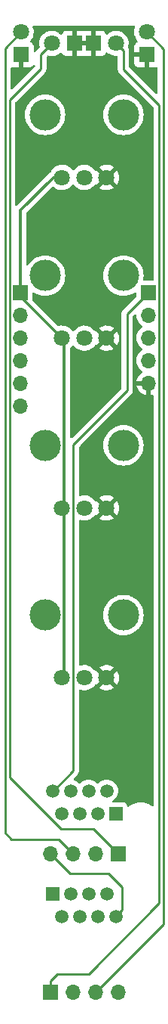
<source format=gbr>
%TF.GenerationSoftware,KiCad,Pcbnew,(6.0.11)*%
%TF.CreationDate,2023-03-11T14:37:33+00:00*%
%TF.ProjectId,QuadEnv_Controls,51756164-456e-4765-9f43-6f6e74726f6c,rev?*%
%TF.SameCoordinates,Original*%
%TF.FileFunction,Copper,L2,Bot*%
%TF.FilePolarity,Positive*%
%FSLAX46Y46*%
G04 Gerber Fmt 4.6, Leading zero omitted, Abs format (unit mm)*
G04 Created by KiCad (PCBNEW (6.0.11)) date 2023-03-11 14:37:33*
%MOMM*%
%LPD*%
G01*
G04 APERTURE LIST*
%TA.AperFunction,ComponentPad*%
%ADD10R,1.700000X1.700000*%
%TD*%
%TA.AperFunction,ComponentPad*%
%ADD11O,1.700000X1.700000*%
%TD*%
%TA.AperFunction,ComponentPad*%
%ADD12R,1.800000X1.800000*%
%TD*%
%TA.AperFunction,ComponentPad*%
%ADD13C,1.800000*%
%TD*%
%TA.AperFunction,WasherPad*%
%ADD14C,3.500000*%
%TD*%
%TA.AperFunction,ComponentPad*%
%ADD15C,1.500000*%
%TD*%
%TA.AperFunction,ComponentPad*%
%ADD16R,1.500000X1.500000*%
%TD*%
%TA.AperFunction,ViaPad*%
%ADD17C,0.800000*%
%TD*%
%TA.AperFunction,Conductor*%
%ADD18C,0.250000*%
%TD*%
%TA.AperFunction,Conductor*%
%ADD19C,0.300000*%
%TD*%
G04 APERTURE END LIST*
D10*
%TO.P,J1,1,Pin_1*%
%TO.N,+3.3VA*%
X52200000Y-74400000D03*
D11*
%TO.P,J1,2,Pin_2*%
%TO.N,GND*%
X52200000Y-76940000D03*
%TO.P,J1,3,Pin_3*%
%TO.N,/Attack_Pot*%
X52200000Y-79480000D03*
%TO.P,J1,4,Pin_4*%
%TO.N,/Decay_Pot*%
X52200000Y-82020000D03*
%TO.P,J1,5,Pin_5*%
%TO.N,/Release_Pot*%
X52200000Y-84560000D03*
%TO.P,J1,6,Pin_6*%
%TO.N,/Sustain_Pot*%
X52200000Y-87100000D03*
%TD*%
D10*
%TO.P,J3,1,Pin_1*%
%TO.N,/Led2_Out*%
X63200000Y-137200000D03*
D11*
%TO.P,J3,2,Pin_2*%
%TO.N,/Env2_Out*%
X60660000Y-137200000D03*
%TO.P,J3,3,Pin_3*%
%TO.N,/Led1_Out*%
X58120000Y-137200000D03*
%TO.P,J3,4,Pin_4*%
%TO.N,/Env1_Out*%
X55580000Y-137200000D03*
%TD*%
D10*
%TO.P,J4,1,Pin_1*%
%TO.N,/Led3_Out*%
X55600000Y-152700000D03*
D11*
%TO.P,J4,2,Pin_2*%
%TO.N,/Env3_Out*%
X58140000Y-152700000D03*
%TO.P,J4,3,Pin_3*%
%TO.N,/Led4_Out*%
X60680000Y-152700000D03*
%TO.P,J4,4,Pin_4*%
%TO.N,/Env4_Out*%
X63220000Y-152700000D03*
%TD*%
D10*
%TO.P,J2,1,Pin_1*%
%TO.N,/Gate1_In*%
X66600000Y-74400000D03*
D11*
%TO.P,J2,2,Pin_2*%
%TO.N,/Gate2_In*%
X66600000Y-76940000D03*
%TO.P,J2,3,Pin_3*%
%TO.N,/Gate3_In*%
X66600000Y-79480000D03*
%TO.P,J2,4,Pin_4*%
%TO.N,/Gate4_In*%
X66600000Y-82020000D03*
%TO.P,J2,5,Pin_5*%
%TO.N,GND*%
X66600000Y-84560000D03*
%TD*%
D12*
%TO.P,D2,1,K*%
%TO.N,GND*%
X58270000Y-46500000D03*
D13*
%TO.P,D2,2,A*%
%TO.N,/Led2_Out*%
X55730000Y-46500000D03*
%TD*%
D12*
%TO.P,D1,1,K*%
%TO.N,GND*%
X52300000Y-47770000D03*
D13*
%TO.P,D1,2,A*%
%TO.N,/Led1_Out*%
X52300000Y-45230000D03*
%TD*%
D14*
%TO.P,RV4,*%
%TO.N,*%
X63800000Y-110500000D03*
X55000000Y-110500000D03*
D13*
%TO.P,RV4,1,1*%
%TO.N,+3.3VA*%
X56900000Y-117500000D03*
%TO.P,RV4,2,2*%
%TO.N,/Sustain_Pot*%
X59400000Y-117500000D03*
%TO.P,RV4,3,3*%
%TO.N,GND*%
X61900000Y-117500000D03*
%TD*%
D12*
%TO.P,D4,1,K*%
%TO.N,GND*%
X66400000Y-47770000D03*
D13*
%TO.P,D4,2,A*%
%TO.N,/Led4_Out*%
X66400000Y-45230000D03*
%TD*%
D14*
%TO.P,RV3,*%
%TO.N,*%
X55000000Y-91500000D03*
X63800000Y-91500000D03*
D13*
%TO.P,RV3,1,1*%
%TO.N,+3.3VA*%
X56900000Y-98500000D03*
%TO.P,RV3,2,2*%
%TO.N,/Release_Pot*%
X59400000Y-98500000D03*
%TO.P,RV3,3,3*%
%TO.N,GND*%
X61900000Y-98500000D03*
%TD*%
D15*
%TO.P,J6,1*%
%TO.N,/Env1_Out*%
X62960000Y-144230000D03*
%TO.P,J6,2*%
%TO.N,/Env2_Out*%
X61930000Y-141690000D03*
%TO.P,J6,3*%
%TO.N,/Env3_Out*%
X60930000Y-144230000D03*
%TO.P,J6,4*%
%TO.N,/Env4_Out*%
X59910000Y-141690000D03*
%TO.P,J6,5*%
%TO.N,unconnected-(J6-Pad5)*%
X58900000Y-144230000D03*
%TO.P,J6,6*%
%TO.N,unconnected-(J6-Pad6)*%
X57880000Y-141690000D03*
%TO.P,J6,7*%
%TO.N,unconnected-(J6-Pad7)*%
X56870000Y-144230000D03*
D16*
%TO.P,J6,8*%
%TO.N,unconnected-(J6-Pad8)*%
X55850000Y-141690000D03*
%TD*%
D14*
%TO.P,RV2,*%
%TO.N,*%
X55000000Y-72500000D03*
X63800000Y-72500000D03*
D13*
%TO.P,RV2,1,1*%
%TO.N,+3.3VA*%
X56900000Y-79500000D03*
%TO.P,RV2,2,2*%
%TO.N,/Decay_Pot*%
X59400000Y-79500000D03*
%TO.P,RV2,3,3*%
%TO.N,GND*%
X61900000Y-79500000D03*
%TD*%
D12*
%TO.P,D3,1,K*%
%TO.N,GND*%
X60430000Y-46500000D03*
D13*
%TO.P,D3,2,A*%
%TO.N,/Led3_Out*%
X62970000Y-46500000D03*
%TD*%
D14*
%TO.P,RV1,*%
%TO.N,*%
X63800000Y-54500000D03*
X55000000Y-54500000D03*
D13*
%TO.P,RV1,1,1*%
%TO.N,+3.3VA*%
X56900000Y-61500000D03*
%TO.P,RV1,2,2*%
%TO.N,/Attack_Pot*%
X59400000Y-61500000D03*
%TO.P,RV1,3,3*%
%TO.N,GND*%
X61900000Y-61500000D03*
%TD*%
D15*
%TO.P,J5,1*%
%TO.N,/Gate1_In*%
X55840000Y-130170000D03*
%TO.P,J5,2*%
%TO.N,/Gate2_In*%
X56870000Y-132710000D03*
%TO.P,J5,3*%
%TO.N,/Gate3_In*%
X57870000Y-130170000D03*
%TO.P,J5,4*%
%TO.N,/Gate4_In*%
X58890000Y-132710000D03*
%TO.P,J5,5*%
%TO.N,unconnected-(J5-Pad5)*%
X59900000Y-130170000D03*
%TO.P,J5,6*%
%TO.N,unconnected-(J5-Pad6)*%
X60920000Y-132710000D03*
%TO.P,J5,7*%
%TO.N,unconnected-(J5-Pad7)*%
X61930000Y-130170000D03*
D16*
%TO.P,J5,8*%
%TO.N,unconnected-(J5-Pad8)*%
X62950000Y-132710000D03*
%TD*%
D17*
%TO.N,GND*%
X61800000Y-83700000D03*
X64200000Y-88200000D03*
%TD*%
D18*
%TO.N,/Led1_Out*%
X50500000Y-47030000D02*
X52300000Y-45230000D01*
X56520000Y-135600000D02*
X51200000Y-135600000D01*
X58120000Y-137200000D02*
X56520000Y-135600000D01*
X51200000Y-135600000D02*
X50500000Y-134900000D01*
X50500000Y-134900000D02*
X50500000Y-47030000D01*
%TO.N,/Led2_Out*%
X63200000Y-137200000D02*
X60400000Y-134400000D01*
X51000000Y-128641571D02*
X51000000Y-52850000D01*
X54500000Y-49350000D02*
X54500000Y-47730000D01*
X60400000Y-134400000D02*
X56758429Y-134400000D01*
X51000000Y-52850000D02*
X54500000Y-49350000D01*
X54500000Y-47730000D02*
X55730000Y-46500000D01*
X56758429Y-134400000D02*
X51000000Y-128641571D01*
%TO.N,/Led3_Out*%
X63800000Y-47330000D02*
X62970000Y-46500000D01*
X63800000Y-49400000D02*
X63800000Y-47330000D01*
X59900000Y-150700000D02*
X67830001Y-142769999D01*
X67830001Y-142769999D02*
X67830001Y-53430001D01*
X67830001Y-53430001D02*
X63800000Y-49400000D01*
X55600000Y-152700000D02*
X55600000Y-151465140D01*
X55600000Y-151465140D02*
X56365140Y-150700000D01*
X56365140Y-150700000D02*
X59900000Y-150700000D01*
%TO.N,/Led4_Out*%
X68279502Y-145100498D02*
X68279502Y-47109502D01*
X60680000Y-152700000D02*
X68279502Y-145100498D01*
X68279502Y-47109502D02*
X66400000Y-45230000D01*
D19*
%TO.N,+3.3VA*%
X57150000Y-98750000D02*
X56900000Y-98500000D01*
X56900000Y-79500000D02*
X57150000Y-79750000D01*
X52200000Y-65200000D02*
X55900000Y-61500000D01*
X52200000Y-74800000D02*
X56900000Y-79500000D01*
X57150000Y-117250000D02*
X57150000Y-98750000D01*
X52200000Y-74400000D02*
X52200000Y-74800000D01*
X57150000Y-79750000D02*
X57150000Y-98250000D01*
X55900000Y-61500000D02*
X56900000Y-61500000D01*
X57150000Y-98250000D02*
X56900000Y-98500000D01*
X56900000Y-117500000D02*
X57150000Y-117250000D01*
X52200000Y-74400000D02*
X52200000Y-65200000D01*
D18*
%TO.N,/Env1_Out*%
X57780000Y-139400000D02*
X55580000Y-137200000D01*
X62880000Y-144230000D02*
X63630000Y-143480000D01*
X63630000Y-143480000D02*
X63630000Y-140930000D01*
X62100000Y-139400000D02*
X57780000Y-139400000D01*
X63630000Y-140930000D02*
X62100000Y-139400000D01*
%TO.N,/Gate1_In*%
X64200000Y-76800000D02*
X66600000Y-74400000D01*
X64200000Y-85364310D02*
X64200000Y-76800000D01*
X55920000Y-130170000D02*
X58150499Y-127939501D01*
X58150499Y-127939501D02*
X58150499Y-91413811D01*
X58150499Y-91413811D02*
X64200000Y-85364310D01*
%TD*%
%TA.AperFunction,Conductor*%
%TO.N,GND*%
G36*
X65158146Y-76841924D02*
G01*
X65214982Y-76884471D01*
X65239905Y-76952727D01*
X65250110Y-77129715D01*
X65251247Y-77134761D01*
X65251248Y-77134767D01*
X65269180Y-77214336D01*
X65299222Y-77347639D01*
X65383266Y-77554616D01*
X65499987Y-77745088D01*
X65646250Y-77913938D01*
X65818126Y-78056632D01*
X65875427Y-78090116D01*
X65891445Y-78099476D01*
X65940169Y-78151114D01*
X65953240Y-78220897D01*
X65926509Y-78286669D01*
X65886055Y-78320027D01*
X65873607Y-78326507D01*
X65869474Y-78329610D01*
X65869471Y-78329612D01*
X65713318Y-78446855D01*
X65694965Y-78460635D01*
X65691393Y-78464373D01*
X65547614Y-78614829D01*
X65540629Y-78622138D01*
X65414743Y-78806680D01*
X65320688Y-79009305D01*
X65260989Y-79224570D01*
X65237251Y-79446695D01*
X65237548Y-79451848D01*
X65237548Y-79451851D01*
X65244305Y-79569041D01*
X65250110Y-79669715D01*
X65251247Y-79674761D01*
X65251248Y-79674767D01*
X65257329Y-79701749D01*
X65299222Y-79887639D01*
X65383266Y-80094616D01*
X65385965Y-80099020D01*
X65490008Y-80268803D01*
X65499987Y-80285088D01*
X65646250Y-80453938D01*
X65818126Y-80596632D01*
X65884716Y-80635544D01*
X65891445Y-80639476D01*
X65940169Y-80691114D01*
X65953240Y-80760897D01*
X65926509Y-80826669D01*
X65886055Y-80860027D01*
X65873607Y-80866507D01*
X65869474Y-80869610D01*
X65869471Y-80869612D01*
X65777657Y-80938548D01*
X65694965Y-81000635D01*
X65540629Y-81162138D01*
X65414743Y-81346680D01*
X65320688Y-81549305D01*
X65260989Y-81764570D01*
X65237251Y-81986695D01*
X65237548Y-81991848D01*
X65237548Y-81991851D01*
X65243011Y-82086590D01*
X65250110Y-82209715D01*
X65251247Y-82214761D01*
X65251248Y-82214767D01*
X65271119Y-82302939D01*
X65299222Y-82427639D01*
X65383266Y-82634616D01*
X65499987Y-82825088D01*
X65646250Y-82993938D01*
X65818126Y-83136632D01*
X65891955Y-83179774D01*
X65940679Y-83231412D01*
X65953750Y-83301195D01*
X65927019Y-83366967D01*
X65886562Y-83400327D01*
X65878457Y-83404546D01*
X65869738Y-83410036D01*
X65699433Y-83537905D01*
X65691726Y-83544748D01*
X65544590Y-83698717D01*
X65538104Y-83706727D01*
X65418098Y-83882649D01*
X65413000Y-83891623D01*
X65323338Y-84084783D01*
X65319775Y-84094470D01*
X65264389Y-84294183D01*
X65265912Y-84302607D01*
X65278292Y-84306000D01*
X66728000Y-84306000D01*
X66796121Y-84326002D01*
X66842614Y-84379658D01*
X66854000Y-84432000D01*
X66854000Y-85878517D01*
X66858064Y-85892359D01*
X66871478Y-85894393D01*
X66878184Y-85893534D01*
X66888262Y-85891392D01*
X67034293Y-85847580D01*
X67105289Y-85847163D01*
X67165239Y-85885196D01*
X67195111Y-85949602D01*
X67196501Y-85968266D01*
X67196501Y-131766486D01*
X67176499Y-131834607D01*
X67122843Y-131881100D01*
X67052569Y-131891204D01*
X66996975Y-131868809D01*
X66880366Y-131785017D01*
X66876887Y-131782517D01*
X66619800Y-131646397D01*
X66615777Y-131644925D01*
X66615773Y-131644923D01*
X66350649Y-131547901D01*
X66350647Y-131547900D01*
X66346618Y-131546426D01*
X66062396Y-131484456D01*
X66018598Y-131481009D01*
X65836703Y-131466693D01*
X65836696Y-131466693D01*
X65834247Y-131466500D01*
X65676879Y-131466500D01*
X65674743Y-131466646D01*
X65674732Y-131466646D01*
X65464051Y-131481009D01*
X65464045Y-131481010D01*
X65459774Y-131481301D01*
X65455579Y-131482170D01*
X65455577Y-131482170D01*
X65440130Y-131485369D01*
X65174919Y-131540291D01*
X64900705Y-131637395D01*
X64896896Y-131639361D01*
X64697551Y-131742251D01*
X64642207Y-131770816D01*
X64638706Y-131773277D01*
X64638702Y-131773279D01*
X64527949Y-131851118D01*
X64404208Y-131938085D01*
X64403906Y-131937655D01*
X64341048Y-131963866D01*
X64271150Y-131951425D01*
X64219074Y-131903169D01*
X64206230Y-131864793D01*
X64204425Y-131865222D01*
X64202598Y-131857540D01*
X64201745Y-131849684D01*
X64150615Y-131713295D01*
X64063261Y-131596739D01*
X63946705Y-131509385D01*
X63810316Y-131458255D01*
X63748134Y-131451500D01*
X62693577Y-131451500D01*
X62625456Y-131431498D01*
X62578963Y-131377842D01*
X62568859Y-131307568D01*
X62598353Y-131242988D01*
X62621306Y-131222287D01*
X62737527Y-131140908D01*
X62737529Y-131140906D01*
X62742038Y-131137749D01*
X62897749Y-130982038D01*
X63024056Y-130801653D01*
X63026379Y-130796671D01*
X63026382Y-130796666D01*
X63114795Y-130607061D01*
X63117120Y-130602076D01*
X63174115Y-130389371D01*
X63193307Y-130170000D01*
X63174115Y-129950629D01*
X63117120Y-129737924D01*
X63073585Y-129644562D01*
X63026382Y-129543334D01*
X63026379Y-129543329D01*
X63024056Y-129538347D01*
X62897749Y-129357962D01*
X62742038Y-129202251D01*
X62561654Y-129075944D01*
X62362076Y-128982880D01*
X62149371Y-128925885D01*
X61930000Y-128906693D01*
X61710629Y-128925885D01*
X61497924Y-128982880D01*
X61404562Y-129026415D01*
X61303334Y-129073618D01*
X61303329Y-129073621D01*
X61298347Y-129075944D01*
X61293840Y-129079100D01*
X61293838Y-129079101D01*
X61122473Y-129199092D01*
X61122470Y-129199094D01*
X61117962Y-129202251D01*
X61004095Y-129316118D01*
X60941783Y-129350144D01*
X60870968Y-129345079D01*
X60825905Y-129316118D01*
X60712038Y-129202251D01*
X60531654Y-129075944D01*
X60332076Y-128982880D01*
X60119371Y-128925885D01*
X59900000Y-128906693D01*
X59680629Y-128925885D01*
X59467924Y-128982880D01*
X59374562Y-129026415D01*
X59273334Y-129073618D01*
X59273329Y-129073621D01*
X59268347Y-129075944D01*
X59263840Y-129079100D01*
X59263838Y-129079101D01*
X59092473Y-129199092D01*
X59092470Y-129199094D01*
X59087962Y-129202251D01*
X58974095Y-129316118D01*
X58911783Y-129350144D01*
X58840968Y-129345079D01*
X58795905Y-129316118D01*
X58682038Y-129202251D01*
X58501654Y-129075944D01*
X58302076Y-128982880D01*
X58277023Y-128976167D01*
X58216401Y-128939215D01*
X58185379Y-128875354D01*
X58193808Y-128804860D01*
X58220540Y-128765365D01*
X58542752Y-128443153D01*
X58551038Y-128435613D01*
X58557517Y-128431501D01*
X58604143Y-128381849D01*
X58606897Y-128379008D01*
X58626634Y-128359271D01*
X58629114Y-128356074D01*
X58636819Y-128347052D01*
X58661658Y-128320601D01*
X58667085Y-128314822D01*
X58670904Y-128307876D01*
X58670906Y-128307873D01*
X58676847Y-128297067D01*
X58687698Y-128280548D01*
X58695257Y-128270802D01*
X58700113Y-128264542D01*
X58703258Y-128257273D01*
X58703261Y-128257269D01*
X58717673Y-128223964D01*
X58722890Y-128213314D01*
X58744194Y-128174561D01*
X58749232Y-128154938D01*
X58755636Y-128136235D01*
X58760532Y-128124921D01*
X58760532Y-128124920D01*
X58763680Y-128117646D01*
X58764919Y-128109823D01*
X58764922Y-128109813D01*
X58770598Y-128073977D01*
X58773004Y-128062357D01*
X58782027Y-128027212D01*
X58782027Y-128027211D01*
X58783999Y-128019531D01*
X58783999Y-127999277D01*
X58785550Y-127979566D01*
X58787479Y-127967387D01*
X58788719Y-127959558D01*
X58784558Y-127915539D01*
X58783999Y-127903682D01*
X58783999Y-118955541D01*
X58804001Y-118887420D01*
X58857657Y-118840927D01*
X58927931Y-118830823D01*
X58954949Y-118837831D01*
X59005694Y-118857209D01*
X59010760Y-118858240D01*
X59010761Y-118858240D01*
X59063846Y-118869040D01*
X59232656Y-118903385D01*
X59363324Y-118908176D01*
X59458949Y-118911683D01*
X59458953Y-118911683D01*
X59464113Y-118911872D01*
X59469233Y-118911216D01*
X59469235Y-118911216D01*
X59542291Y-118901857D01*
X59693847Y-118882442D01*
X59698795Y-118880957D01*
X59698802Y-118880956D01*
X59910747Y-118817369D01*
X59915690Y-118815886D01*
X59997161Y-118775974D01*
X60119049Y-118716262D01*
X60119052Y-118716260D01*
X60123684Y-118713991D01*
X60197406Y-118661406D01*
X61103423Y-118661406D01*
X61108704Y-118668461D01*
X61285080Y-118771527D01*
X61294363Y-118775974D01*
X61501003Y-118854883D01*
X61510901Y-118857759D01*
X61727653Y-118901857D01*
X61737883Y-118903076D01*
X61958914Y-118911182D01*
X61969223Y-118910714D01*
X62188623Y-118882608D01*
X62198688Y-118880468D01*
X62410557Y-118816905D01*
X62420152Y-118813144D01*
X62618778Y-118715838D01*
X62627636Y-118710559D01*
X62685097Y-118669572D01*
X62693497Y-118658874D01*
X62686510Y-118645721D01*
X61912811Y-117872021D01*
X61898868Y-117864408D01*
X61897034Y-117864539D01*
X61890420Y-117868790D01*
X61110180Y-118649031D01*
X61103423Y-118661406D01*
X60197406Y-118661406D01*
X60312243Y-118579494D01*
X60476303Y-118416005D01*
X60550714Y-118312451D01*
X60606709Y-118268803D01*
X60677412Y-118262357D01*
X60737572Y-118292543D01*
X60740555Y-118295242D01*
X60749330Y-118291459D01*
X61527979Y-117512811D01*
X61534356Y-117501132D01*
X62264408Y-117501132D01*
X62264539Y-117502966D01*
X62268790Y-117509580D01*
X63046307Y-118287096D01*
X63058313Y-118293652D01*
X63070052Y-118284684D01*
X63108010Y-118231859D01*
X63113321Y-118223020D01*
X63211318Y-118024737D01*
X63215117Y-118015142D01*
X63279415Y-117803517D01*
X63281594Y-117793436D01*
X63310702Y-117572338D01*
X63311221Y-117565663D01*
X63312744Y-117503364D01*
X63312550Y-117496646D01*
X63294279Y-117274400D01*
X63292596Y-117264238D01*
X63238710Y-117049708D01*
X63235389Y-117039953D01*
X63147193Y-116837118D01*
X63142315Y-116828020D01*
X63069224Y-116715038D01*
X63058538Y-116705835D01*
X63048973Y-116710238D01*
X62272021Y-117487189D01*
X62264408Y-117501132D01*
X61534356Y-117501132D01*
X61535592Y-117498868D01*
X61535461Y-117497034D01*
X61531210Y-117490420D01*
X60753862Y-116713073D01*
X60742331Y-116706776D01*
X60732877Y-116714183D01*
X60666918Y-116740450D01*
X60597229Y-116726887D01*
X60549377Y-116683440D01*
X60522571Y-116642004D01*
X60519764Y-116637665D01*
X60363887Y-116466358D01*
X60359836Y-116463159D01*
X60359832Y-116463155D01*
X60204790Y-116340711D01*
X61105508Y-116340711D01*
X61112251Y-116353040D01*
X61887189Y-117127979D01*
X61901132Y-117135592D01*
X61902966Y-117135461D01*
X61909580Y-117131210D01*
X62688994Y-116351795D01*
X62696011Y-116338944D01*
X62688237Y-116328274D01*
X62685902Y-116326430D01*
X62677320Y-116320729D01*
X62483678Y-116213833D01*
X62474272Y-116209606D01*
X62265772Y-116135772D01*
X62255809Y-116133140D01*
X62038047Y-116094350D01*
X62027796Y-116093381D01*
X61806616Y-116090679D01*
X61796332Y-116091399D01*
X61577693Y-116124855D01*
X61567666Y-116127244D01*
X61357426Y-116195961D01*
X61347916Y-116199958D01*
X61151725Y-116302089D01*
X61143007Y-116307578D01*
X61113961Y-116329386D01*
X61105508Y-116340711D01*
X60204790Y-116340711D01*
X60186177Y-116326011D01*
X60186172Y-116326008D01*
X60182123Y-116322810D01*
X60177607Y-116320317D01*
X60177604Y-116320315D01*
X59983879Y-116213373D01*
X59983875Y-116213371D01*
X59979355Y-116210876D01*
X59974486Y-116209152D01*
X59974482Y-116209150D01*
X59765903Y-116135288D01*
X59765899Y-116135287D01*
X59761028Y-116133562D01*
X59755935Y-116132655D01*
X59755932Y-116132654D01*
X59538095Y-116093851D01*
X59538089Y-116093850D01*
X59533006Y-116092945D01*
X59460096Y-116092054D01*
X59306581Y-116090179D01*
X59306579Y-116090179D01*
X59301411Y-116090116D01*
X59072464Y-116125150D01*
X58971874Y-116158028D01*
X58949144Y-116165457D01*
X58878180Y-116167608D01*
X58817318Y-116131052D01*
X58785882Y-116067394D01*
X58783999Y-116045692D01*
X58783999Y-110500000D01*
X61536654Y-110500000D01*
X61556017Y-110795426D01*
X61613776Y-111085797D01*
X61708941Y-111366145D01*
X61839885Y-111631673D01*
X62004367Y-111877838D01*
X62007081Y-111880932D01*
X62007085Y-111880938D01*
X62196864Y-112097338D01*
X62199573Y-112100427D01*
X62202662Y-112103136D01*
X62419062Y-112292915D01*
X62419068Y-112292919D01*
X62422162Y-112295633D01*
X62425588Y-112297922D01*
X62425593Y-112297926D01*
X62504502Y-112350651D01*
X62668327Y-112460115D01*
X62672026Y-112461939D01*
X62672031Y-112461942D01*
X62808313Y-112529148D01*
X62933855Y-112591059D01*
X62937760Y-112592384D01*
X62937761Y-112592385D01*
X63210290Y-112684896D01*
X63210294Y-112684897D01*
X63214203Y-112686224D01*
X63218247Y-112687028D01*
X63218253Y-112687030D01*
X63500535Y-112743180D01*
X63500541Y-112743181D01*
X63504574Y-112743983D01*
X63508679Y-112744252D01*
X63508686Y-112744253D01*
X63795881Y-112763076D01*
X63800000Y-112763346D01*
X63804119Y-112763076D01*
X64091314Y-112744253D01*
X64091321Y-112744252D01*
X64095426Y-112743983D01*
X64099459Y-112743181D01*
X64099465Y-112743180D01*
X64381747Y-112687030D01*
X64381753Y-112687028D01*
X64385797Y-112686224D01*
X64389706Y-112684897D01*
X64389710Y-112684896D01*
X64662239Y-112592385D01*
X64662240Y-112592384D01*
X64666145Y-112591059D01*
X64791687Y-112529148D01*
X64927969Y-112461942D01*
X64927974Y-112461939D01*
X64931673Y-112460115D01*
X65095498Y-112350651D01*
X65174407Y-112297926D01*
X65174412Y-112297922D01*
X65177838Y-112295633D01*
X65180932Y-112292919D01*
X65180938Y-112292915D01*
X65397338Y-112103136D01*
X65400427Y-112100427D01*
X65403136Y-112097338D01*
X65592915Y-111880938D01*
X65592919Y-111880932D01*
X65595633Y-111877838D01*
X65760115Y-111631673D01*
X65891059Y-111366145D01*
X65986224Y-111085797D01*
X66043983Y-110795426D01*
X66063346Y-110500000D01*
X66043983Y-110204574D01*
X65986224Y-109914203D01*
X65891059Y-109633855D01*
X65760115Y-109368327D01*
X65595633Y-109122162D01*
X65592919Y-109119068D01*
X65592915Y-109119062D01*
X65403136Y-108902662D01*
X65400427Y-108899573D01*
X65291500Y-108804046D01*
X65180938Y-108707085D01*
X65180932Y-108707081D01*
X65177838Y-108704367D01*
X65174412Y-108702078D01*
X65174407Y-108702074D01*
X64990595Y-108579256D01*
X64931673Y-108539885D01*
X64927974Y-108538061D01*
X64927969Y-108538058D01*
X64791687Y-108470852D01*
X64666145Y-108408941D01*
X64662239Y-108407615D01*
X64389710Y-108315104D01*
X64389706Y-108315103D01*
X64385797Y-108313776D01*
X64381753Y-108312972D01*
X64381747Y-108312970D01*
X64099465Y-108256820D01*
X64099459Y-108256819D01*
X64095426Y-108256017D01*
X64091321Y-108255748D01*
X64091314Y-108255747D01*
X63804119Y-108236924D01*
X63800000Y-108236654D01*
X63795881Y-108236924D01*
X63508686Y-108255747D01*
X63508679Y-108255748D01*
X63504574Y-108256017D01*
X63500541Y-108256819D01*
X63500535Y-108256820D01*
X63218253Y-108312970D01*
X63218247Y-108312972D01*
X63214203Y-108313776D01*
X63210294Y-108315103D01*
X63210290Y-108315104D01*
X62937761Y-108407615D01*
X62933855Y-108408941D01*
X62808313Y-108470852D01*
X62672031Y-108538058D01*
X62672026Y-108538061D01*
X62668327Y-108539885D01*
X62609405Y-108579256D01*
X62425593Y-108702074D01*
X62425588Y-108702078D01*
X62422162Y-108704367D01*
X62419068Y-108707081D01*
X62419062Y-108707085D01*
X62308500Y-108804046D01*
X62199573Y-108899573D01*
X62196864Y-108902662D01*
X62007085Y-109119062D01*
X62007081Y-109119068D01*
X62004367Y-109122162D01*
X61839885Y-109368327D01*
X61708941Y-109633855D01*
X61613776Y-109914203D01*
X61556017Y-110204574D01*
X61536654Y-110500000D01*
X58783999Y-110500000D01*
X58783999Y-99955541D01*
X58804001Y-99887420D01*
X58857657Y-99840927D01*
X58927931Y-99830823D01*
X58954949Y-99837831D01*
X59005694Y-99857209D01*
X59010760Y-99858240D01*
X59010761Y-99858240D01*
X59063846Y-99869040D01*
X59232656Y-99903385D01*
X59363324Y-99908176D01*
X59458949Y-99911683D01*
X59458953Y-99911683D01*
X59464113Y-99911872D01*
X59469233Y-99911216D01*
X59469235Y-99911216D01*
X59542291Y-99901857D01*
X59693847Y-99882442D01*
X59698795Y-99880957D01*
X59698802Y-99880956D01*
X59910747Y-99817369D01*
X59915690Y-99815886D01*
X59997161Y-99775974D01*
X60119049Y-99716262D01*
X60119052Y-99716260D01*
X60123684Y-99713991D01*
X60197406Y-99661406D01*
X61103423Y-99661406D01*
X61108704Y-99668461D01*
X61285080Y-99771527D01*
X61294363Y-99775974D01*
X61501003Y-99854883D01*
X61510901Y-99857759D01*
X61727653Y-99901857D01*
X61737883Y-99903076D01*
X61958914Y-99911182D01*
X61969223Y-99910714D01*
X62188623Y-99882608D01*
X62198688Y-99880468D01*
X62410557Y-99816905D01*
X62420152Y-99813144D01*
X62618778Y-99715838D01*
X62627636Y-99710559D01*
X62685097Y-99669572D01*
X62693497Y-99658874D01*
X62686510Y-99645721D01*
X61912811Y-98872021D01*
X61898868Y-98864408D01*
X61897034Y-98864539D01*
X61890420Y-98868790D01*
X61110180Y-99649031D01*
X61103423Y-99661406D01*
X60197406Y-99661406D01*
X60312243Y-99579494D01*
X60476303Y-99416005D01*
X60550714Y-99312451D01*
X60606709Y-99268803D01*
X60677412Y-99262357D01*
X60737572Y-99292543D01*
X60740555Y-99295242D01*
X60749330Y-99291459D01*
X61527979Y-98512811D01*
X61534356Y-98501132D01*
X62264408Y-98501132D01*
X62264539Y-98502966D01*
X62268790Y-98509580D01*
X63046307Y-99287096D01*
X63058313Y-99293652D01*
X63070052Y-99284684D01*
X63108010Y-99231859D01*
X63113321Y-99223020D01*
X63211318Y-99024737D01*
X63215117Y-99015142D01*
X63279415Y-98803517D01*
X63281594Y-98793436D01*
X63310702Y-98572338D01*
X63311221Y-98565663D01*
X63312744Y-98503364D01*
X63312550Y-98496646D01*
X63294279Y-98274400D01*
X63292596Y-98264238D01*
X63238710Y-98049708D01*
X63235389Y-98039953D01*
X63147193Y-97837118D01*
X63142315Y-97828020D01*
X63069224Y-97715038D01*
X63058538Y-97705835D01*
X63048973Y-97710238D01*
X62272021Y-98487189D01*
X62264408Y-98501132D01*
X61534356Y-98501132D01*
X61535592Y-98498868D01*
X61535461Y-98497034D01*
X61531210Y-98490420D01*
X60753862Y-97713073D01*
X60742331Y-97706776D01*
X60732877Y-97714183D01*
X60666918Y-97740450D01*
X60597229Y-97726887D01*
X60549377Y-97683440D01*
X60522571Y-97642004D01*
X60519764Y-97637665D01*
X60363887Y-97466358D01*
X60359836Y-97463159D01*
X60359832Y-97463155D01*
X60204790Y-97340711D01*
X61105508Y-97340711D01*
X61112251Y-97353040D01*
X61887189Y-98127979D01*
X61901132Y-98135592D01*
X61902966Y-98135461D01*
X61909580Y-98131210D01*
X62688994Y-97351795D01*
X62696011Y-97338944D01*
X62688237Y-97328274D01*
X62685902Y-97326430D01*
X62677320Y-97320729D01*
X62483678Y-97213833D01*
X62474272Y-97209606D01*
X62265772Y-97135772D01*
X62255809Y-97133140D01*
X62038047Y-97094350D01*
X62027796Y-97093381D01*
X61806616Y-97090679D01*
X61796332Y-97091399D01*
X61577693Y-97124855D01*
X61567666Y-97127244D01*
X61357426Y-97195961D01*
X61347916Y-97199958D01*
X61151725Y-97302089D01*
X61143007Y-97307578D01*
X61113961Y-97329386D01*
X61105508Y-97340711D01*
X60204790Y-97340711D01*
X60186177Y-97326011D01*
X60186172Y-97326008D01*
X60182123Y-97322810D01*
X60177607Y-97320317D01*
X60177604Y-97320315D01*
X59983879Y-97213373D01*
X59983875Y-97213371D01*
X59979355Y-97210876D01*
X59974486Y-97209152D01*
X59974482Y-97209150D01*
X59765903Y-97135288D01*
X59765899Y-97135287D01*
X59761028Y-97133562D01*
X59755935Y-97132655D01*
X59755932Y-97132654D01*
X59538095Y-97093851D01*
X59538089Y-97093850D01*
X59533006Y-97092945D01*
X59460096Y-97092054D01*
X59306581Y-97090179D01*
X59306579Y-97090179D01*
X59301411Y-97090116D01*
X59072464Y-97125150D01*
X58971874Y-97158028D01*
X58949144Y-97165457D01*
X58878180Y-97167608D01*
X58817318Y-97131052D01*
X58785882Y-97067394D01*
X58783999Y-97045692D01*
X58783999Y-91728405D01*
X58804001Y-91660284D01*
X58820904Y-91639310D01*
X58960214Y-91500000D01*
X61536654Y-91500000D01*
X61536924Y-91504119D01*
X61548204Y-91676215D01*
X61556017Y-91795426D01*
X61613776Y-92085797D01*
X61708941Y-92366145D01*
X61839885Y-92631673D01*
X62004367Y-92877838D01*
X62007081Y-92880932D01*
X62007085Y-92880938D01*
X62196864Y-93097338D01*
X62199573Y-93100427D01*
X62202662Y-93103136D01*
X62419062Y-93292915D01*
X62419068Y-93292919D01*
X62422162Y-93295633D01*
X62425588Y-93297922D01*
X62425593Y-93297926D01*
X62504502Y-93350651D01*
X62668327Y-93460115D01*
X62672026Y-93461939D01*
X62672031Y-93461942D01*
X62808313Y-93529148D01*
X62933855Y-93591059D01*
X62937760Y-93592384D01*
X62937761Y-93592385D01*
X63210290Y-93684896D01*
X63210294Y-93684897D01*
X63214203Y-93686224D01*
X63218247Y-93687028D01*
X63218253Y-93687030D01*
X63500535Y-93743180D01*
X63500541Y-93743181D01*
X63504574Y-93743983D01*
X63508679Y-93744252D01*
X63508686Y-93744253D01*
X63795881Y-93763076D01*
X63800000Y-93763346D01*
X63804119Y-93763076D01*
X64091314Y-93744253D01*
X64091321Y-93744252D01*
X64095426Y-93743983D01*
X64099459Y-93743181D01*
X64099465Y-93743180D01*
X64381747Y-93687030D01*
X64381753Y-93687028D01*
X64385797Y-93686224D01*
X64389706Y-93684897D01*
X64389710Y-93684896D01*
X64662239Y-93592385D01*
X64662240Y-93592384D01*
X64666145Y-93591059D01*
X64791687Y-93529148D01*
X64927969Y-93461942D01*
X64927974Y-93461939D01*
X64931673Y-93460115D01*
X65095498Y-93350651D01*
X65174407Y-93297926D01*
X65174412Y-93297922D01*
X65177838Y-93295633D01*
X65180932Y-93292919D01*
X65180938Y-93292915D01*
X65397338Y-93103136D01*
X65400427Y-93100427D01*
X65403136Y-93097338D01*
X65592915Y-92880938D01*
X65592919Y-92880932D01*
X65595633Y-92877838D01*
X65760115Y-92631673D01*
X65891059Y-92366145D01*
X65986224Y-92085797D01*
X66043983Y-91795426D01*
X66051797Y-91676215D01*
X66063076Y-91504119D01*
X66063346Y-91500000D01*
X66043983Y-91204574D01*
X65986224Y-90914203D01*
X65967793Y-90859905D01*
X65892385Y-90637761D01*
X65892384Y-90637760D01*
X65891059Y-90633855D01*
X65760115Y-90368327D01*
X65595633Y-90122162D01*
X65592919Y-90119068D01*
X65592915Y-90119062D01*
X65403136Y-89902662D01*
X65400427Y-89899573D01*
X65291500Y-89804046D01*
X65180938Y-89707085D01*
X65180932Y-89707081D01*
X65177838Y-89704367D01*
X65174412Y-89702078D01*
X65174407Y-89702074D01*
X64990595Y-89579256D01*
X64931673Y-89539885D01*
X64927974Y-89538061D01*
X64927969Y-89538058D01*
X64791687Y-89470852D01*
X64666145Y-89408941D01*
X64662239Y-89407615D01*
X64389710Y-89315104D01*
X64389706Y-89315103D01*
X64385797Y-89313776D01*
X64381753Y-89312972D01*
X64381747Y-89312970D01*
X64099465Y-89256820D01*
X64099459Y-89256819D01*
X64095426Y-89256017D01*
X64091321Y-89255748D01*
X64091314Y-89255747D01*
X63804119Y-89236924D01*
X63800000Y-89236654D01*
X63795881Y-89236924D01*
X63508686Y-89255747D01*
X63508679Y-89255748D01*
X63504574Y-89256017D01*
X63500541Y-89256819D01*
X63500535Y-89256820D01*
X63218253Y-89312970D01*
X63218247Y-89312972D01*
X63214203Y-89313776D01*
X63210294Y-89315103D01*
X63210290Y-89315104D01*
X62937761Y-89407615D01*
X62933855Y-89408941D01*
X62808313Y-89470852D01*
X62672031Y-89538058D01*
X62672026Y-89538061D01*
X62668327Y-89539885D01*
X62609405Y-89579256D01*
X62425593Y-89702074D01*
X62425588Y-89702078D01*
X62422162Y-89704367D01*
X62419068Y-89707081D01*
X62419062Y-89707085D01*
X62308500Y-89804046D01*
X62199573Y-89899573D01*
X62196864Y-89902662D01*
X62007085Y-90119062D01*
X62007081Y-90119068D01*
X62004367Y-90122162D01*
X61839885Y-90368327D01*
X61708941Y-90633855D01*
X61707616Y-90637760D01*
X61707615Y-90637761D01*
X61632208Y-90859905D01*
X61613776Y-90914203D01*
X61556017Y-91204574D01*
X61536654Y-91500000D01*
X58960214Y-91500000D01*
X64592247Y-85867967D01*
X64600537Y-85860423D01*
X64607018Y-85856310D01*
X64653659Y-85806642D01*
X64656413Y-85803801D01*
X64676134Y-85784080D01*
X64678612Y-85780885D01*
X64686318Y-85771863D01*
X64711158Y-85745411D01*
X64716586Y-85739631D01*
X64726346Y-85721878D01*
X64737199Y-85705355D01*
X64744753Y-85695616D01*
X64749613Y-85689351D01*
X64767176Y-85648767D01*
X64772383Y-85638137D01*
X64793695Y-85599370D01*
X64795666Y-85591693D01*
X64795668Y-85591688D01*
X64798732Y-85579752D01*
X64805138Y-85561040D01*
X64810034Y-85549727D01*
X64813181Y-85542455D01*
X64815207Y-85529667D01*
X64820097Y-85498791D01*
X64822504Y-85487170D01*
X64831528Y-85452021D01*
X64831528Y-85452020D01*
X64833500Y-85444340D01*
X64833500Y-85424079D01*
X64835051Y-85404368D01*
X64836979Y-85392195D01*
X64838219Y-85384367D01*
X64834059Y-85340356D01*
X64833500Y-85328499D01*
X64833500Y-84827966D01*
X65268257Y-84827966D01*
X65298565Y-84962446D01*
X65301645Y-84972275D01*
X65381770Y-85169603D01*
X65386413Y-85178794D01*
X65497694Y-85360388D01*
X65503777Y-85368699D01*
X65643213Y-85529667D01*
X65650580Y-85536883D01*
X65814434Y-85672916D01*
X65822881Y-85678831D01*
X66006756Y-85786279D01*
X66016042Y-85790729D01*
X66215001Y-85866703D01*
X66224899Y-85869579D01*
X66328250Y-85890606D01*
X66342299Y-85889410D01*
X66346000Y-85879065D01*
X66346000Y-84832115D01*
X66341525Y-84816876D01*
X66340135Y-84815671D01*
X66332452Y-84814000D01*
X65283225Y-84814000D01*
X65269694Y-84817973D01*
X65268257Y-84827966D01*
X64833500Y-84827966D01*
X64833500Y-77114594D01*
X64853502Y-77046473D01*
X64870405Y-77025499D01*
X65025019Y-76870885D01*
X65087331Y-76836859D01*
X65158146Y-76841924D01*
G37*
%TD.AperFunction*%
%TA.AperFunction,Conductor*%
G36*
X65052701Y-44528502D02*
G01*
X65099194Y-44582158D01*
X65109298Y-44652432D01*
X65098867Y-44687551D01*
X65075778Y-44737291D01*
X65075774Y-44737302D01*
X65073602Y-44741981D01*
X65011707Y-44965169D01*
X64987095Y-45195469D01*
X64987392Y-45200622D01*
X64987392Y-45200625D01*
X64994293Y-45320315D01*
X65000427Y-45426697D01*
X65001564Y-45431743D01*
X65001565Y-45431749D01*
X65024523Y-45533620D01*
X65051346Y-45652642D01*
X65053288Y-45657424D01*
X65053289Y-45657428D01*
X65124229Y-45832131D01*
X65138484Y-45867237D01*
X65259501Y-46064719D01*
X65262882Y-46068622D01*
X65371653Y-46194191D01*
X65401135Y-46258776D01*
X65391020Y-46329049D01*
X65344519Y-46382697D01*
X65320646Y-46394670D01*
X65261944Y-46416677D01*
X65246351Y-46425214D01*
X65144276Y-46501715D01*
X65131715Y-46514276D01*
X65055214Y-46616351D01*
X65046676Y-46631946D01*
X65001522Y-46752394D01*
X64997895Y-46767649D01*
X64992369Y-46818514D01*
X64992000Y-46825328D01*
X64992000Y-47497885D01*
X64996475Y-47513124D01*
X64997865Y-47514329D01*
X65005548Y-47516000D01*
X66528000Y-47516000D01*
X66596121Y-47536002D01*
X66642614Y-47589658D01*
X66654000Y-47642000D01*
X66654000Y-49159884D01*
X66658475Y-49175123D01*
X66659865Y-49176328D01*
X66667548Y-49177999D01*
X67344669Y-49177999D01*
X67351490Y-49177629D01*
X67402352Y-49172105D01*
X67417607Y-49168478D01*
X67475773Y-49146673D01*
X67546580Y-49141490D01*
X67608949Y-49175411D01*
X67643078Y-49237667D01*
X67646002Y-49264655D01*
X67646002Y-52045908D01*
X67626000Y-52114029D01*
X67572344Y-52160522D01*
X67502070Y-52170626D01*
X67437490Y-52141132D01*
X67430907Y-52135003D01*
X64470405Y-49174500D01*
X64436379Y-49112188D01*
X64433500Y-49085405D01*
X64433500Y-48714669D01*
X64992001Y-48714669D01*
X64992371Y-48721490D01*
X64997895Y-48772352D01*
X65001521Y-48787604D01*
X65046676Y-48908054D01*
X65055214Y-48923649D01*
X65131715Y-49025724D01*
X65144276Y-49038285D01*
X65246351Y-49114786D01*
X65261946Y-49123324D01*
X65382394Y-49168478D01*
X65397649Y-49172105D01*
X65448514Y-49177631D01*
X65455328Y-49178000D01*
X66127885Y-49178000D01*
X66143124Y-49173525D01*
X66144329Y-49172135D01*
X66146000Y-49164452D01*
X66146000Y-48042115D01*
X66141525Y-48026876D01*
X66140135Y-48025671D01*
X66132452Y-48024000D01*
X65010116Y-48024000D01*
X64994877Y-48028475D01*
X64993672Y-48029865D01*
X64992001Y-48037548D01*
X64992001Y-48714669D01*
X64433500Y-48714669D01*
X64433500Y-47408767D01*
X64434027Y-47397584D01*
X64435702Y-47390091D01*
X64435131Y-47371906D01*
X64433562Y-47322014D01*
X64433500Y-47318055D01*
X64433500Y-47290144D01*
X64432995Y-47286144D01*
X64432062Y-47274301D01*
X64430922Y-47238029D01*
X64430673Y-47230110D01*
X64425022Y-47210658D01*
X64421014Y-47191306D01*
X64419467Y-47179063D01*
X64418474Y-47171203D01*
X64415556Y-47163832D01*
X64402200Y-47130097D01*
X64398355Y-47118870D01*
X64397721Y-47116687D01*
X64386018Y-47076407D01*
X64381984Y-47069585D01*
X64381981Y-47069579D01*
X64375706Y-47058968D01*
X64367010Y-47041218D01*
X64362472Y-47029756D01*
X64362469Y-47029751D01*
X64359552Y-47022383D01*
X64342727Y-46999225D01*
X64318869Y-46932361D01*
X64324105Y-46888537D01*
X64349904Y-46803625D01*
X64349907Y-46803612D01*
X64351408Y-46798671D01*
X64381640Y-46569041D01*
X64383327Y-46500000D01*
X64373683Y-46382697D01*
X64364773Y-46274318D01*
X64364772Y-46274312D01*
X64364349Y-46269167D01*
X64336137Y-46156850D01*
X64309184Y-46049544D01*
X64309183Y-46049540D01*
X64307925Y-46044533D01*
X64304223Y-46036019D01*
X64217630Y-45836868D01*
X64217628Y-45836865D01*
X64215570Y-45832131D01*
X64089764Y-45637665D01*
X63933887Y-45466358D01*
X63929836Y-45463159D01*
X63929832Y-45463155D01*
X63756177Y-45326011D01*
X63756172Y-45326008D01*
X63752123Y-45322810D01*
X63747607Y-45320317D01*
X63747604Y-45320315D01*
X63553879Y-45213373D01*
X63553875Y-45213371D01*
X63549355Y-45210876D01*
X63544486Y-45209152D01*
X63544482Y-45209150D01*
X63335903Y-45135288D01*
X63335899Y-45135287D01*
X63331028Y-45133562D01*
X63325935Y-45132655D01*
X63325932Y-45132654D01*
X63108095Y-45093851D01*
X63108089Y-45093850D01*
X63103006Y-45092945D01*
X63025644Y-45092000D01*
X62876581Y-45090179D01*
X62876579Y-45090179D01*
X62871411Y-45090116D01*
X62642464Y-45125150D01*
X62422314Y-45197106D01*
X62417726Y-45199494D01*
X62417722Y-45199496D01*
X62232933Y-45295691D01*
X62216872Y-45304052D01*
X62212739Y-45307155D01*
X62212736Y-45307157D01*
X62035790Y-45440012D01*
X62031655Y-45443117D01*
X62028083Y-45446855D01*
X62013787Y-45461815D01*
X61952263Y-45497245D01*
X61881351Y-45493788D01*
X61823564Y-45452543D01*
X61804711Y-45418994D01*
X61783324Y-45361946D01*
X61774786Y-45346351D01*
X61698285Y-45244276D01*
X61685724Y-45231715D01*
X61583649Y-45155214D01*
X61568054Y-45146676D01*
X61447606Y-45101522D01*
X61432351Y-45097895D01*
X61381486Y-45092369D01*
X61374672Y-45092000D01*
X60702115Y-45092000D01*
X60686876Y-45096475D01*
X60685671Y-45097865D01*
X60684000Y-45105548D01*
X60684000Y-47889884D01*
X60688475Y-47905123D01*
X60689865Y-47906328D01*
X60697548Y-47907999D01*
X61374669Y-47907999D01*
X61381490Y-47907629D01*
X61432352Y-47902105D01*
X61447604Y-47898479D01*
X61568054Y-47853324D01*
X61583649Y-47844786D01*
X61685724Y-47768285D01*
X61698285Y-47755724D01*
X61774786Y-47653649D01*
X61783324Y-47638054D01*
X61804773Y-47580840D01*
X61847415Y-47524075D01*
X61913977Y-47499376D01*
X61983325Y-47514584D01*
X62003240Y-47528126D01*
X62135652Y-47638056D01*
X62159349Y-47657730D01*
X62359322Y-47774584D01*
X62575694Y-47857209D01*
X62580760Y-47858240D01*
X62580761Y-47858240D01*
X62588085Y-47859730D01*
X62802656Y-47903385D01*
X63034113Y-47911872D01*
X63035778Y-47911659D01*
X63103749Y-47928313D01*
X63152625Y-47979807D01*
X63166500Y-48037288D01*
X63166500Y-49321233D01*
X63165973Y-49332416D01*
X63164298Y-49339909D01*
X63164547Y-49347835D01*
X63164547Y-49347836D01*
X63166438Y-49407986D01*
X63166500Y-49411945D01*
X63166500Y-49439856D01*
X63166997Y-49443790D01*
X63166997Y-49443791D01*
X63167005Y-49443856D01*
X63167938Y-49455693D01*
X63169327Y-49499889D01*
X63174978Y-49519339D01*
X63178987Y-49538700D01*
X63180002Y-49546730D01*
X63181526Y-49558797D01*
X63184445Y-49566168D01*
X63184445Y-49566170D01*
X63197804Y-49599912D01*
X63201649Y-49611142D01*
X63213982Y-49653593D01*
X63218015Y-49660412D01*
X63218017Y-49660417D01*
X63224293Y-49671028D01*
X63232988Y-49688776D01*
X63240448Y-49707617D01*
X63245110Y-49714033D01*
X63245110Y-49714034D01*
X63266436Y-49743387D01*
X63272952Y-49753307D01*
X63295458Y-49791362D01*
X63309779Y-49805683D01*
X63322619Y-49820716D01*
X63334528Y-49837107D01*
X63368605Y-49865298D01*
X63377384Y-49873288D01*
X67159596Y-53655501D01*
X67193622Y-53717813D01*
X67196501Y-53744596D01*
X67196501Y-72915500D01*
X67176499Y-72983621D01*
X67122843Y-73030114D01*
X67070501Y-73041500D01*
X66148567Y-73041500D01*
X66080446Y-73021498D01*
X66033953Y-72967842D01*
X66024988Y-72890918D01*
X66043180Y-72799465D01*
X66043181Y-72799459D01*
X66043983Y-72795426D01*
X66063346Y-72500000D01*
X66043983Y-72204574D01*
X65986224Y-71914203D01*
X65891059Y-71633855D01*
X65760115Y-71368327D01*
X65595633Y-71122162D01*
X65592919Y-71119068D01*
X65592915Y-71119062D01*
X65403136Y-70902662D01*
X65400427Y-70899573D01*
X65397338Y-70896864D01*
X65180938Y-70707085D01*
X65180932Y-70707081D01*
X65177838Y-70704367D01*
X65174412Y-70702078D01*
X65174407Y-70702074D01*
X64935106Y-70542179D01*
X64931673Y-70539885D01*
X64927974Y-70538061D01*
X64927969Y-70538058D01*
X64791687Y-70470852D01*
X64666145Y-70408941D01*
X64662239Y-70407615D01*
X64389710Y-70315104D01*
X64389706Y-70315103D01*
X64385797Y-70313776D01*
X64381753Y-70312972D01*
X64381747Y-70312970D01*
X64099465Y-70256820D01*
X64099459Y-70256819D01*
X64095426Y-70256017D01*
X64091321Y-70255748D01*
X64091314Y-70255747D01*
X63804119Y-70236924D01*
X63800000Y-70236654D01*
X63795881Y-70236924D01*
X63508686Y-70255747D01*
X63508679Y-70255748D01*
X63504574Y-70256017D01*
X63500541Y-70256819D01*
X63500535Y-70256820D01*
X63218253Y-70312970D01*
X63218247Y-70312972D01*
X63214203Y-70313776D01*
X63210294Y-70315103D01*
X63210290Y-70315104D01*
X62937761Y-70407615D01*
X62933855Y-70408941D01*
X62808313Y-70470852D01*
X62672031Y-70538058D01*
X62672026Y-70538061D01*
X62668327Y-70539885D01*
X62664894Y-70542179D01*
X62425593Y-70702074D01*
X62425588Y-70702078D01*
X62422162Y-70704367D01*
X62419068Y-70707081D01*
X62419062Y-70707085D01*
X62202662Y-70896864D01*
X62199573Y-70899573D01*
X62196864Y-70902662D01*
X62007085Y-71119062D01*
X62007081Y-71119068D01*
X62004367Y-71122162D01*
X61839885Y-71368327D01*
X61708941Y-71633855D01*
X61613776Y-71914203D01*
X61556017Y-72204574D01*
X61536654Y-72500000D01*
X61556017Y-72795426D01*
X61556819Y-72799459D01*
X61556820Y-72799465D01*
X61612970Y-73081747D01*
X61613776Y-73085797D01*
X61708941Y-73366145D01*
X61839885Y-73631673D01*
X62004367Y-73877838D01*
X62007081Y-73880932D01*
X62007085Y-73880938D01*
X62196864Y-74097338D01*
X62199573Y-74100427D01*
X62202662Y-74103136D01*
X62419062Y-74292915D01*
X62419068Y-74292919D01*
X62422162Y-74295633D01*
X62425588Y-74297922D01*
X62425593Y-74297926D01*
X62609344Y-74420704D01*
X62668327Y-74460115D01*
X62672026Y-74461939D01*
X62672031Y-74461942D01*
X62726545Y-74488825D01*
X62933855Y-74591059D01*
X62937760Y-74592384D01*
X62937761Y-74592385D01*
X63210290Y-74684896D01*
X63210294Y-74684897D01*
X63214203Y-74686224D01*
X63218247Y-74687028D01*
X63218253Y-74687030D01*
X63500535Y-74743180D01*
X63500541Y-74743181D01*
X63504574Y-74743983D01*
X63508679Y-74744252D01*
X63508686Y-74744253D01*
X63795881Y-74763076D01*
X63800000Y-74763346D01*
X63804119Y-74763076D01*
X64091314Y-74744253D01*
X64091321Y-74744252D01*
X64095426Y-74743983D01*
X64099459Y-74743181D01*
X64099465Y-74743180D01*
X64381747Y-74687030D01*
X64381753Y-74687028D01*
X64385797Y-74686224D01*
X64389706Y-74684897D01*
X64389710Y-74684896D01*
X64662239Y-74592385D01*
X64662240Y-74592384D01*
X64666145Y-74591059D01*
X64873455Y-74488825D01*
X64927969Y-74461942D01*
X64927974Y-74461939D01*
X64931673Y-74460115D01*
X64990656Y-74420704D01*
X65045498Y-74384060D01*
X65113251Y-74362845D01*
X65181718Y-74381628D01*
X65229161Y-74434446D01*
X65241500Y-74488825D01*
X65241500Y-74810406D01*
X65221498Y-74878527D01*
X65204595Y-74899501D01*
X63807747Y-76296348D01*
X63799461Y-76303888D01*
X63792982Y-76308000D01*
X63787557Y-76313777D01*
X63746357Y-76357651D01*
X63743602Y-76360493D01*
X63723865Y-76380230D01*
X63721385Y-76383427D01*
X63713682Y-76392447D01*
X63683414Y-76424679D01*
X63679595Y-76431625D01*
X63679593Y-76431628D01*
X63673652Y-76442434D01*
X63662801Y-76458953D01*
X63650386Y-76474959D01*
X63647241Y-76482228D01*
X63647238Y-76482232D01*
X63632826Y-76515537D01*
X63627609Y-76526187D01*
X63606305Y-76564940D01*
X63604334Y-76572615D01*
X63604334Y-76572616D01*
X63601267Y-76584562D01*
X63594863Y-76603266D01*
X63586819Y-76621855D01*
X63585580Y-76629678D01*
X63585577Y-76629688D01*
X63579901Y-76665524D01*
X63577495Y-76677144D01*
X63568472Y-76712289D01*
X63566500Y-76719970D01*
X63566500Y-76740224D01*
X63564949Y-76759934D01*
X63561780Y-76779943D01*
X63562526Y-76787835D01*
X63565941Y-76823961D01*
X63566500Y-76835819D01*
X63566500Y-85049715D01*
X63546498Y-85117836D01*
X63529595Y-85138810D01*
X58023595Y-90644810D01*
X57961283Y-90678836D01*
X57890468Y-90673771D01*
X57833632Y-90631224D01*
X57808821Y-90564704D01*
X57808500Y-90555715D01*
X57808500Y-80635544D01*
X57828502Y-80567423D01*
X57845560Y-80546293D01*
X57934924Y-80457240D01*
X57976303Y-80416005D01*
X58045370Y-80319888D01*
X58101365Y-80276240D01*
X58172068Y-80269794D01*
X58235033Y-80302597D01*
X58255128Y-80327584D01*
X58256799Y-80330311D01*
X58256804Y-80330317D01*
X58259501Y-80334719D01*
X58411147Y-80509784D01*
X58589349Y-80657730D01*
X58789322Y-80774584D01*
X59005694Y-80857209D01*
X59010760Y-80858240D01*
X59010761Y-80858240D01*
X59039653Y-80864118D01*
X59232656Y-80903385D01*
X59363324Y-80908176D01*
X59458949Y-80911683D01*
X59458953Y-80911683D01*
X59464113Y-80911872D01*
X59469233Y-80911216D01*
X59469235Y-80911216D01*
X59542291Y-80901857D01*
X59693847Y-80882442D01*
X59698795Y-80880957D01*
X59698802Y-80880956D01*
X59910747Y-80817369D01*
X59915690Y-80815886D01*
X59924921Y-80811364D01*
X60119049Y-80716262D01*
X60119052Y-80716260D01*
X60123684Y-80713991D01*
X60197406Y-80661406D01*
X61103423Y-80661406D01*
X61108704Y-80668461D01*
X61285080Y-80771527D01*
X61294363Y-80775974D01*
X61501003Y-80854883D01*
X61510901Y-80857759D01*
X61727653Y-80901857D01*
X61737883Y-80903076D01*
X61958914Y-80911182D01*
X61969223Y-80910714D01*
X62188623Y-80882608D01*
X62198688Y-80880468D01*
X62410557Y-80816905D01*
X62420152Y-80813144D01*
X62618778Y-80715838D01*
X62627636Y-80710559D01*
X62685097Y-80669572D01*
X62693497Y-80658874D01*
X62686510Y-80645721D01*
X61912811Y-79872021D01*
X61898868Y-79864408D01*
X61897034Y-79864539D01*
X61890420Y-79868790D01*
X61110180Y-80649031D01*
X61103423Y-80661406D01*
X60197406Y-80661406D01*
X60312243Y-80579494D01*
X60476303Y-80416005D01*
X60550714Y-80312451D01*
X60606709Y-80268803D01*
X60677412Y-80262357D01*
X60737572Y-80292543D01*
X60740555Y-80295242D01*
X60749330Y-80291459D01*
X61527979Y-79512811D01*
X61534356Y-79501132D01*
X62264408Y-79501132D01*
X62264539Y-79502966D01*
X62268790Y-79509580D01*
X63046307Y-80287096D01*
X63058313Y-80293652D01*
X63070052Y-80284684D01*
X63108010Y-80231859D01*
X63113321Y-80223020D01*
X63211318Y-80024737D01*
X63215117Y-80015142D01*
X63279415Y-79803517D01*
X63281594Y-79793436D01*
X63310702Y-79572338D01*
X63311221Y-79565663D01*
X63312744Y-79503364D01*
X63312550Y-79496646D01*
X63294279Y-79274400D01*
X63292596Y-79264238D01*
X63238710Y-79049708D01*
X63235389Y-79039953D01*
X63147193Y-78837118D01*
X63142315Y-78828020D01*
X63069224Y-78715038D01*
X63058538Y-78705835D01*
X63048973Y-78710238D01*
X62272021Y-79487189D01*
X62264408Y-79501132D01*
X61534356Y-79501132D01*
X61535592Y-79498868D01*
X61535461Y-79497034D01*
X61531210Y-79490420D01*
X60753862Y-78713073D01*
X60742331Y-78706776D01*
X60732877Y-78714183D01*
X60666918Y-78740450D01*
X60597229Y-78726887D01*
X60549377Y-78683440D01*
X60522571Y-78642004D01*
X60519764Y-78637665D01*
X60363887Y-78466358D01*
X60359836Y-78463159D01*
X60359832Y-78463155D01*
X60204790Y-78340711D01*
X61105508Y-78340711D01*
X61112251Y-78353040D01*
X61887189Y-79127979D01*
X61901132Y-79135592D01*
X61902966Y-79135461D01*
X61909580Y-79131210D01*
X62688994Y-78351795D01*
X62696011Y-78338944D01*
X62688237Y-78328274D01*
X62685902Y-78326430D01*
X62677320Y-78320729D01*
X62483678Y-78213833D01*
X62474272Y-78209606D01*
X62265772Y-78135772D01*
X62255809Y-78133140D01*
X62038047Y-78094350D01*
X62027796Y-78093381D01*
X61806616Y-78090679D01*
X61796332Y-78091399D01*
X61577693Y-78124855D01*
X61567666Y-78127244D01*
X61357426Y-78195961D01*
X61347916Y-78199958D01*
X61151725Y-78302089D01*
X61143007Y-78307578D01*
X61113961Y-78329386D01*
X61105508Y-78340711D01*
X60204790Y-78340711D01*
X60186177Y-78326011D01*
X60186172Y-78326008D01*
X60182123Y-78322810D01*
X60177607Y-78320317D01*
X60177604Y-78320315D01*
X59983879Y-78213373D01*
X59983875Y-78213371D01*
X59979355Y-78210876D01*
X59974486Y-78209152D01*
X59974482Y-78209150D01*
X59765903Y-78135288D01*
X59765899Y-78135287D01*
X59761028Y-78133562D01*
X59755935Y-78132655D01*
X59755932Y-78132654D01*
X59538095Y-78093851D01*
X59538089Y-78093850D01*
X59533006Y-78092945D01*
X59460096Y-78092054D01*
X59306581Y-78090179D01*
X59306579Y-78090179D01*
X59301411Y-78090116D01*
X59072464Y-78125150D01*
X58852314Y-78197106D01*
X58847726Y-78199494D01*
X58847722Y-78199496D01*
X58651461Y-78301663D01*
X58646872Y-78304052D01*
X58642739Y-78307155D01*
X58642736Y-78307157D01*
X58588605Y-78347800D01*
X58461655Y-78443117D01*
X58301639Y-78610564D01*
X58254836Y-78679174D01*
X58199927Y-78724175D01*
X58129402Y-78732346D01*
X58065655Y-78701092D01*
X58044959Y-78676609D01*
X58022577Y-78642013D01*
X58022576Y-78642012D01*
X58019764Y-78637665D01*
X57863887Y-78466358D01*
X57859836Y-78463159D01*
X57859832Y-78463155D01*
X57686177Y-78326011D01*
X57686172Y-78326008D01*
X57682123Y-78322810D01*
X57677607Y-78320317D01*
X57677604Y-78320315D01*
X57483879Y-78213373D01*
X57483875Y-78213371D01*
X57479355Y-78210876D01*
X57474486Y-78209152D01*
X57474482Y-78209150D01*
X57265903Y-78135288D01*
X57265899Y-78135287D01*
X57261028Y-78133562D01*
X57255935Y-78132655D01*
X57255932Y-78132654D01*
X57038095Y-78093851D01*
X57038089Y-78093850D01*
X57033006Y-78092945D01*
X56960096Y-78092054D01*
X56806581Y-78090179D01*
X56806579Y-78090179D01*
X56801411Y-78090116D01*
X56572464Y-78125150D01*
X56563627Y-78128038D01*
X56558530Y-78129704D01*
X56487566Y-78131853D01*
X56430293Y-78099033D01*
X53595405Y-75264145D01*
X53561379Y-75201833D01*
X53558500Y-75175050D01*
X53558500Y-74488825D01*
X53578502Y-74420704D01*
X53632158Y-74374211D01*
X53702432Y-74364107D01*
X53754502Y-74384060D01*
X53809344Y-74420704D01*
X53868327Y-74460115D01*
X53872026Y-74461939D01*
X53872031Y-74461942D01*
X53926545Y-74488825D01*
X54133855Y-74591059D01*
X54137760Y-74592384D01*
X54137761Y-74592385D01*
X54410290Y-74684896D01*
X54410294Y-74684897D01*
X54414203Y-74686224D01*
X54418247Y-74687028D01*
X54418253Y-74687030D01*
X54700535Y-74743180D01*
X54700541Y-74743181D01*
X54704574Y-74743983D01*
X54708679Y-74744252D01*
X54708686Y-74744253D01*
X54995881Y-74763076D01*
X55000000Y-74763346D01*
X55004119Y-74763076D01*
X55291314Y-74744253D01*
X55291321Y-74744252D01*
X55295426Y-74743983D01*
X55299459Y-74743181D01*
X55299465Y-74743180D01*
X55581747Y-74687030D01*
X55581753Y-74687028D01*
X55585797Y-74686224D01*
X55589706Y-74684897D01*
X55589710Y-74684896D01*
X55862239Y-74592385D01*
X55862240Y-74592384D01*
X55866145Y-74591059D01*
X56073455Y-74488825D01*
X56127969Y-74461942D01*
X56127974Y-74461939D01*
X56131673Y-74460115D01*
X56190656Y-74420704D01*
X56374407Y-74297926D01*
X56374412Y-74297922D01*
X56377838Y-74295633D01*
X56380932Y-74292919D01*
X56380938Y-74292915D01*
X56597338Y-74103136D01*
X56600427Y-74100427D01*
X56603136Y-74097338D01*
X56792915Y-73880938D01*
X56792919Y-73880932D01*
X56795633Y-73877838D01*
X56960115Y-73631673D01*
X57091059Y-73366145D01*
X57186224Y-73085797D01*
X57187030Y-73081747D01*
X57243180Y-72799465D01*
X57243181Y-72799459D01*
X57243983Y-72795426D01*
X57263346Y-72500000D01*
X57243983Y-72204574D01*
X57186224Y-71914203D01*
X57091059Y-71633855D01*
X56960115Y-71368327D01*
X56795633Y-71122162D01*
X56792919Y-71119068D01*
X56792915Y-71119062D01*
X56603136Y-70902662D01*
X56600427Y-70899573D01*
X56597338Y-70896864D01*
X56380938Y-70707085D01*
X56380932Y-70707081D01*
X56377838Y-70704367D01*
X56374412Y-70702078D01*
X56374407Y-70702074D01*
X56135106Y-70542179D01*
X56131673Y-70539885D01*
X56127974Y-70538061D01*
X56127969Y-70538058D01*
X55991687Y-70470852D01*
X55866145Y-70408941D01*
X55862239Y-70407615D01*
X55589710Y-70315104D01*
X55589706Y-70315103D01*
X55585797Y-70313776D01*
X55581753Y-70312972D01*
X55581747Y-70312970D01*
X55299465Y-70256820D01*
X55299459Y-70256819D01*
X55295426Y-70256017D01*
X55291321Y-70255748D01*
X55291314Y-70255747D01*
X55004119Y-70236924D01*
X55000000Y-70236654D01*
X54995881Y-70236924D01*
X54708686Y-70255747D01*
X54708679Y-70255748D01*
X54704574Y-70256017D01*
X54700541Y-70256819D01*
X54700535Y-70256820D01*
X54418253Y-70312970D01*
X54418247Y-70312972D01*
X54414203Y-70313776D01*
X54410294Y-70315103D01*
X54410290Y-70315104D01*
X54137761Y-70407615D01*
X54133855Y-70408941D01*
X54008313Y-70470852D01*
X53872031Y-70538058D01*
X53872026Y-70538061D01*
X53868327Y-70539885D01*
X53864894Y-70542179D01*
X53625593Y-70702074D01*
X53625588Y-70702078D01*
X53622162Y-70704367D01*
X53619068Y-70707081D01*
X53619062Y-70707085D01*
X53402662Y-70896864D01*
X53399573Y-70899573D01*
X53396864Y-70902662D01*
X53207085Y-71119062D01*
X53207081Y-71119068D01*
X53204367Y-71122162D01*
X53113765Y-71257758D01*
X53089265Y-71294425D01*
X53034788Y-71339953D01*
X52964345Y-71348801D01*
X52900301Y-71318160D01*
X52862990Y-71257758D01*
X52858500Y-71224423D01*
X52858500Y-65524950D01*
X52878502Y-65456829D01*
X52895405Y-65435855D01*
X55780939Y-62550321D01*
X55843251Y-62516295D01*
X55914066Y-62521360D01*
X55950518Y-62542471D01*
X55990724Y-62575850D01*
X56089349Y-62657730D01*
X56289322Y-62774584D01*
X56505694Y-62857209D01*
X56510760Y-62858240D01*
X56510761Y-62858240D01*
X56563846Y-62869040D01*
X56732656Y-62903385D01*
X56863324Y-62908176D01*
X56958949Y-62911683D01*
X56958953Y-62911683D01*
X56964113Y-62911872D01*
X56969233Y-62911216D01*
X56969235Y-62911216D01*
X57042291Y-62901857D01*
X57193847Y-62882442D01*
X57198795Y-62880957D01*
X57198802Y-62880956D01*
X57410747Y-62817369D01*
X57415690Y-62815886D01*
X57497161Y-62775974D01*
X57619049Y-62716262D01*
X57619052Y-62716260D01*
X57623684Y-62713991D01*
X57812243Y-62579494D01*
X57976303Y-62416005D01*
X58045370Y-62319888D01*
X58101365Y-62276240D01*
X58172068Y-62269794D01*
X58235033Y-62302597D01*
X58255128Y-62327584D01*
X58256799Y-62330311D01*
X58256804Y-62330317D01*
X58259501Y-62334719D01*
X58411147Y-62509784D01*
X58589349Y-62657730D01*
X58789322Y-62774584D01*
X59005694Y-62857209D01*
X59010760Y-62858240D01*
X59010761Y-62858240D01*
X59063846Y-62869040D01*
X59232656Y-62903385D01*
X59363324Y-62908176D01*
X59458949Y-62911683D01*
X59458953Y-62911683D01*
X59464113Y-62911872D01*
X59469233Y-62911216D01*
X59469235Y-62911216D01*
X59542291Y-62901857D01*
X59693847Y-62882442D01*
X59698795Y-62880957D01*
X59698802Y-62880956D01*
X59910747Y-62817369D01*
X59915690Y-62815886D01*
X59997161Y-62775974D01*
X60119049Y-62716262D01*
X60119052Y-62716260D01*
X60123684Y-62713991D01*
X60197406Y-62661406D01*
X61103423Y-62661406D01*
X61108704Y-62668461D01*
X61285080Y-62771527D01*
X61294363Y-62775974D01*
X61501003Y-62854883D01*
X61510901Y-62857759D01*
X61727653Y-62901857D01*
X61737883Y-62903076D01*
X61958914Y-62911182D01*
X61969223Y-62910714D01*
X62188623Y-62882608D01*
X62198688Y-62880468D01*
X62410557Y-62816905D01*
X62420152Y-62813144D01*
X62618778Y-62715838D01*
X62627636Y-62710559D01*
X62685097Y-62669572D01*
X62693497Y-62658874D01*
X62686510Y-62645721D01*
X61912811Y-61872021D01*
X61898868Y-61864408D01*
X61897034Y-61864539D01*
X61890420Y-61868790D01*
X61110180Y-62649031D01*
X61103423Y-62661406D01*
X60197406Y-62661406D01*
X60312243Y-62579494D01*
X60476303Y-62416005D01*
X60550714Y-62312451D01*
X60606709Y-62268803D01*
X60677412Y-62262357D01*
X60737572Y-62292543D01*
X60740555Y-62295242D01*
X60749330Y-62291459D01*
X61527979Y-61512811D01*
X61534356Y-61501132D01*
X62264408Y-61501132D01*
X62264539Y-61502966D01*
X62268790Y-61509580D01*
X63046307Y-62287096D01*
X63058313Y-62293652D01*
X63070052Y-62284684D01*
X63108010Y-62231859D01*
X63113321Y-62223020D01*
X63211318Y-62024737D01*
X63215117Y-62015142D01*
X63279415Y-61803517D01*
X63281594Y-61793436D01*
X63310702Y-61572338D01*
X63311221Y-61565663D01*
X63312744Y-61503364D01*
X63312550Y-61496646D01*
X63294279Y-61274400D01*
X63292596Y-61264238D01*
X63238710Y-61049708D01*
X63235389Y-61039953D01*
X63147193Y-60837118D01*
X63142315Y-60828020D01*
X63069224Y-60715038D01*
X63058538Y-60705835D01*
X63048973Y-60710238D01*
X62272021Y-61487189D01*
X62264408Y-61501132D01*
X61534356Y-61501132D01*
X61535592Y-61498868D01*
X61535461Y-61497034D01*
X61531210Y-61490420D01*
X60753862Y-60713073D01*
X60742331Y-60706776D01*
X60732877Y-60714183D01*
X60666918Y-60740450D01*
X60597229Y-60726887D01*
X60549377Y-60683440D01*
X60522571Y-60642004D01*
X60519764Y-60637665D01*
X60363887Y-60466358D01*
X60359836Y-60463159D01*
X60359832Y-60463155D01*
X60204790Y-60340711D01*
X61105508Y-60340711D01*
X61112251Y-60353040D01*
X61887189Y-61127979D01*
X61901132Y-61135592D01*
X61902966Y-61135461D01*
X61909580Y-61131210D01*
X62688994Y-60351795D01*
X62696011Y-60338944D01*
X62688237Y-60328274D01*
X62685902Y-60326430D01*
X62677320Y-60320729D01*
X62483678Y-60213833D01*
X62474272Y-60209606D01*
X62265772Y-60135772D01*
X62255809Y-60133140D01*
X62038047Y-60094350D01*
X62027796Y-60093381D01*
X61806616Y-60090679D01*
X61796332Y-60091399D01*
X61577693Y-60124855D01*
X61567666Y-60127244D01*
X61357426Y-60195961D01*
X61347916Y-60199958D01*
X61151725Y-60302089D01*
X61143007Y-60307578D01*
X61113961Y-60329386D01*
X61105508Y-60340711D01*
X60204790Y-60340711D01*
X60186177Y-60326011D01*
X60186172Y-60326008D01*
X60182123Y-60322810D01*
X60177607Y-60320317D01*
X60177604Y-60320315D01*
X59983879Y-60213373D01*
X59983875Y-60213371D01*
X59979355Y-60210876D01*
X59974486Y-60209152D01*
X59974482Y-60209150D01*
X59765903Y-60135288D01*
X59765899Y-60135287D01*
X59761028Y-60133562D01*
X59755935Y-60132655D01*
X59755932Y-60132654D01*
X59538095Y-60093851D01*
X59538089Y-60093850D01*
X59533006Y-60092945D01*
X59460096Y-60092054D01*
X59306581Y-60090179D01*
X59306579Y-60090179D01*
X59301411Y-60090116D01*
X59072464Y-60125150D01*
X58852314Y-60197106D01*
X58847726Y-60199494D01*
X58847722Y-60199496D01*
X58651461Y-60301663D01*
X58646872Y-60304052D01*
X58642739Y-60307155D01*
X58642736Y-60307157D01*
X58583284Y-60351795D01*
X58461655Y-60443117D01*
X58301639Y-60610564D01*
X58254836Y-60679174D01*
X58199927Y-60724175D01*
X58129402Y-60732346D01*
X58065655Y-60701092D01*
X58044959Y-60676609D01*
X58022577Y-60642013D01*
X58022576Y-60642012D01*
X58019764Y-60637665D01*
X57863887Y-60466358D01*
X57859836Y-60463159D01*
X57859832Y-60463155D01*
X57686177Y-60326011D01*
X57686172Y-60326008D01*
X57682123Y-60322810D01*
X57677607Y-60320317D01*
X57677604Y-60320315D01*
X57483879Y-60213373D01*
X57483875Y-60213371D01*
X57479355Y-60210876D01*
X57474486Y-60209152D01*
X57474482Y-60209150D01*
X57265903Y-60135288D01*
X57265899Y-60135287D01*
X57261028Y-60133562D01*
X57255935Y-60132655D01*
X57255932Y-60132654D01*
X57038095Y-60093851D01*
X57038089Y-60093850D01*
X57033006Y-60092945D01*
X56960096Y-60092054D01*
X56806581Y-60090179D01*
X56806579Y-60090179D01*
X56801411Y-60090116D01*
X56572464Y-60125150D01*
X56352314Y-60197106D01*
X56347726Y-60199494D01*
X56347722Y-60199496D01*
X56151461Y-60301663D01*
X56146872Y-60304052D01*
X56142739Y-60307155D01*
X56142736Y-60307157D01*
X56083284Y-60351795D01*
X55961655Y-60443117D01*
X55801639Y-60610564D01*
X55798730Y-60614829D01*
X55798724Y-60614837D01*
X55783152Y-60637665D01*
X55671119Y-60801899D01*
X55668940Y-60806594D01*
X55646355Y-60855249D01*
X55599531Y-60908616D01*
X55592768Y-60912613D01*
X55587610Y-60915448D01*
X55580244Y-60918365D01*
X55573835Y-60923021D01*
X55573834Y-60923022D01*
X55542864Y-60945523D01*
X55532946Y-60952038D01*
X55493193Y-60975548D01*
X55478032Y-60990709D01*
X55463000Y-61003548D01*
X55445643Y-61016159D01*
X55425959Y-61039953D01*
X55416193Y-61051758D01*
X55408203Y-61060538D01*
X51848595Y-64620145D01*
X51786283Y-64654171D01*
X51715467Y-64649106D01*
X51658632Y-64606559D01*
X51633821Y-64540039D01*
X51633500Y-64531050D01*
X51633500Y-54500000D01*
X52736654Y-54500000D01*
X52756017Y-54795426D01*
X52813776Y-55085797D01*
X52908941Y-55366145D01*
X53039885Y-55631673D01*
X53204367Y-55877838D01*
X53207081Y-55880932D01*
X53207085Y-55880938D01*
X53396864Y-56097338D01*
X53399573Y-56100427D01*
X53402662Y-56103136D01*
X53619062Y-56292915D01*
X53619068Y-56292919D01*
X53622162Y-56295633D01*
X53625588Y-56297922D01*
X53625593Y-56297926D01*
X53809405Y-56420744D01*
X53868327Y-56460115D01*
X53872026Y-56461939D01*
X53872031Y-56461942D01*
X54008313Y-56529148D01*
X54133855Y-56591059D01*
X54137760Y-56592384D01*
X54137761Y-56592385D01*
X54410290Y-56684896D01*
X54410294Y-56684897D01*
X54414203Y-56686224D01*
X54418247Y-56687028D01*
X54418253Y-56687030D01*
X54700535Y-56743180D01*
X54700541Y-56743181D01*
X54704574Y-56743983D01*
X54708679Y-56744252D01*
X54708686Y-56744253D01*
X54995881Y-56763076D01*
X55000000Y-56763346D01*
X55004119Y-56763076D01*
X55291314Y-56744253D01*
X55291321Y-56744252D01*
X55295426Y-56743983D01*
X55299459Y-56743181D01*
X55299465Y-56743180D01*
X55581747Y-56687030D01*
X55581753Y-56687028D01*
X55585797Y-56686224D01*
X55589706Y-56684897D01*
X55589710Y-56684896D01*
X55862239Y-56592385D01*
X55862240Y-56592384D01*
X55866145Y-56591059D01*
X55991687Y-56529148D01*
X56127969Y-56461942D01*
X56127974Y-56461939D01*
X56131673Y-56460115D01*
X56190595Y-56420744D01*
X56374407Y-56297926D01*
X56374412Y-56297922D01*
X56377838Y-56295633D01*
X56380932Y-56292919D01*
X56380938Y-56292915D01*
X56597338Y-56103136D01*
X56600427Y-56100427D01*
X56603136Y-56097338D01*
X56792915Y-55880938D01*
X56792919Y-55880932D01*
X56795633Y-55877838D01*
X56960115Y-55631673D01*
X57091059Y-55366145D01*
X57186224Y-55085797D01*
X57243983Y-54795426D01*
X57263346Y-54500000D01*
X61536654Y-54500000D01*
X61556017Y-54795426D01*
X61613776Y-55085797D01*
X61708941Y-55366145D01*
X61839885Y-55631673D01*
X62004367Y-55877838D01*
X62007081Y-55880932D01*
X62007085Y-55880938D01*
X62196864Y-56097338D01*
X62199573Y-56100427D01*
X62202662Y-56103136D01*
X62419062Y-56292915D01*
X62419068Y-56292919D01*
X62422162Y-56295633D01*
X62425588Y-56297922D01*
X62425593Y-56297926D01*
X62609405Y-56420744D01*
X62668327Y-56460115D01*
X62672026Y-56461939D01*
X62672031Y-56461942D01*
X62808313Y-56529148D01*
X62933855Y-56591059D01*
X62937760Y-56592384D01*
X62937761Y-56592385D01*
X63210290Y-56684896D01*
X63210294Y-56684897D01*
X63214203Y-56686224D01*
X63218247Y-56687028D01*
X63218253Y-56687030D01*
X63500535Y-56743180D01*
X63500541Y-56743181D01*
X63504574Y-56743983D01*
X63508679Y-56744252D01*
X63508686Y-56744253D01*
X63795881Y-56763076D01*
X63800000Y-56763346D01*
X63804119Y-56763076D01*
X64091314Y-56744253D01*
X64091321Y-56744252D01*
X64095426Y-56743983D01*
X64099459Y-56743181D01*
X64099465Y-56743180D01*
X64381747Y-56687030D01*
X64381753Y-56687028D01*
X64385797Y-56686224D01*
X64389706Y-56684897D01*
X64389710Y-56684896D01*
X64662239Y-56592385D01*
X64662240Y-56592384D01*
X64666145Y-56591059D01*
X64791687Y-56529148D01*
X64927969Y-56461942D01*
X64927974Y-56461939D01*
X64931673Y-56460115D01*
X64990595Y-56420744D01*
X65174407Y-56297926D01*
X65174412Y-56297922D01*
X65177838Y-56295633D01*
X65180932Y-56292919D01*
X65180938Y-56292915D01*
X65397338Y-56103136D01*
X65400427Y-56100427D01*
X65403136Y-56097338D01*
X65592915Y-55880938D01*
X65592919Y-55880932D01*
X65595633Y-55877838D01*
X65760115Y-55631673D01*
X65891059Y-55366145D01*
X65986224Y-55085797D01*
X66043983Y-54795426D01*
X66063346Y-54500000D01*
X66043983Y-54204574D01*
X65986224Y-53914203D01*
X65928651Y-53744596D01*
X65892385Y-53637761D01*
X65892384Y-53637760D01*
X65891059Y-53633855D01*
X65760115Y-53368327D01*
X65720744Y-53309405D01*
X65597926Y-53125593D01*
X65597922Y-53125588D01*
X65595633Y-53122162D01*
X65592919Y-53119068D01*
X65592915Y-53119062D01*
X65403136Y-52902662D01*
X65400427Y-52899573D01*
X65397338Y-52896864D01*
X65180938Y-52707085D01*
X65180932Y-52707081D01*
X65177838Y-52704367D01*
X65174412Y-52702078D01*
X65174407Y-52702074D01*
X64935106Y-52542179D01*
X64931673Y-52539885D01*
X64927974Y-52538061D01*
X64927969Y-52538058D01*
X64791687Y-52470852D01*
X64666145Y-52408941D01*
X64492799Y-52350098D01*
X64389710Y-52315104D01*
X64389706Y-52315103D01*
X64385797Y-52313776D01*
X64381753Y-52312972D01*
X64381747Y-52312970D01*
X64099465Y-52256820D01*
X64099459Y-52256819D01*
X64095426Y-52256017D01*
X64091321Y-52255748D01*
X64091314Y-52255747D01*
X63804119Y-52236924D01*
X63800000Y-52236654D01*
X63795881Y-52236924D01*
X63508686Y-52255747D01*
X63508679Y-52255748D01*
X63504574Y-52256017D01*
X63500541Y-52256819D01*
X63500535Y-52256820D01*
X63218253Y-52312970D01*
X63218247Y-52312972D01*
X63214203Y-52313776D01*
X63210294Y-52315103D01*
X63210290Y-52315104D01*
X63107201Y-52350098D01*
X62933855Y-52408941D01*
X62808313Y-52470852D01*
X62672031Y-52538058D01*
X62672026Y-52538061D01*
X62668327Y-52539885D01*
X62664894Y-52542179D01*
X62425593Y-52702074D01*
X62425588Y-52702078D01*
X62422162Y-52704367D01*
X62419068Y-52707081D01*
X62419062Y-52707085D01*
X62202662Y-52896864D01*
X62199573Y-52899573D01*
X62196864Y-52902662D01*
X62007085Y-53119062D01*
X62007081Y-53119068D01*
X62004367Y-53122162D01*
X62002078Y-53125588D01*
X62002074Y-53125593D01*
X61879256Y-53309405D01*
X61839885Y-53368327D01*
X61708941Y-53633855D01*
X61707616Y-53637760D01*
X61707615Y-53637761D01*
X61671350Y-53744596D01*
X61613776Y-53914203D01*
X61556017Y-54204574D01*
X61536654Y-54500000D01*
X57263346Y-54500000D01*
X57243983Y-54204574D01*
X57186224Y-53914203D01*
X57128651Y-53744596D01*
X57092385Y-53637761D01*
X57092384Y-53637760D01*
X57091059Y-53633855D01*
X56960115Y-53368327D01*
X56920744Y-53309405D01*
X56797926Y-53125593D01*
X56797922Y-53125588D01*
X56795633Y-53122162D01*
X56792919Y-53119068D01*
X56792915Y-53119062D01*
X56603136Y-52902662D01*
X56600427Y-52899573D01*
X56597338Y-52896864D01*
X56380938Y-52707085D01*
X56380932Y-52707081D01*
X56377838Y-52704367D01*
X56374412Y-52702078D01*
X56374407Y-52702074D01*
X56135106Y-52542179D01*
X56131673Y-52539885D01*
X56127974Y-52538061D01*
X56127969Y-52538058D01*
X55991687Y-52470852D01*
X55866145Y-52408941D01*
X55692799Y-52350098D01*
X55589710Y-52315104D01*
X55589706Y-52315103D01*
X55585797Y-52313776D01*
X55581753Y-52312972D01*
X55581747Y-52312970D01*
X55299465Y-52256820D01*
X55299459Y-52256819D01*
X55295426Y-52256017D01*
X55291321Y-52255748D01*
X55291314Y-52255747D01*
X55004119Y-52236924D01*
X55000000Y-52236654D01*
X54995881Y-52236924D01*
X54708686Y-52255747D01*
X54708679Y-52255748D01*
X54704574Y-52256017D01*
X54700541Y-52256819D01*
X54700535Y-52256820D01*
X54418253Y-52312970D01*
X54418247Y-52312972D01*
X54414203Y-52313776D01*
X54410294Y-52315103D01*
X54410290Y-52315104D01*
X54307201Y-52350098D01*
X54133855Y-52408941D01*
X54008313Y-52470852D01*
X53872031Y-52538058D01*
X53872026Y-52538061D01*
X53868327Y-52539885D01*
X53864894Y-52542179D01*
X53625593Y-52702074D01*
X53625588Y-52702078D01*
X53622162Y-52704367D01*
X53619068Y-52707081D01*
X53619062Y-52707085D01*
X53402662Y-52896864D01*
X53399573Y-52899573D01*
X53396864Y-52902662D01*
X53207085Y-53119062D01*
X53207081Y-53119068D01*
X53204367Y-53122162D01*
X53202078Y-53125588D01*
X53202074Y-53125593D01*
X53079256Y-53309405D01*
X53039885Y-53368327D01*
X52908941Y-53633855D01*
X52907616Y-53637760D01*
X52907615Y-53637761D01*
X52871350Y-53744596D01*
X52813776Y-53914203D01*
X52756017Y-54204574D01*
X52736654Y-54500000D01*
X51633500Y-54500000D01*
X51633500Y-53164594D01*
X51653502Y-53096473D01*
X51670405Y-53075499D01*
X54892247Y-49853657D01*
X54900537Y-49846113D01*
X54907018Y-49842000D01*
X54953659Y-49792332D01*
X54956413Y-49789491D01*
X54976134Y-49769770D01*
X54978612Y-49766575D01*
X54986318Y-49757553D01*
X55011158Y-49731101D01*
X55016586Y-49725321D01*
X55026346Y-49707568D01*
X55037199Y-49691045D01*
X55044753Y-49681306D01*
X55049613Y-49675041D01*
X55067176Y-49634457D01*
X55072383Y-49623827D01*
X55093695Y-49585060D01*
X55095666Y-49577383D01*
X55095668Y-49577378D01*
X55098732Y-49565442D01*
X55105138Y-49546730D01*
X55110034Y-49535417D01*
X55113181Y-49528145D01*
X55116452Y-49507497D01*
X55120097Y-49484481D01*
X55122504Y-49472860D01*
X55131528Y-49437711D01*
X55131528Y-49437710D01*
X55133500Y-49430030D01*
X55133500Y-49409769D01*
X55135051Y-49390058D01*
X55136979Y-49377885D01*
X55138219Y-49370057D01*
X55134059Y-49326046D01*
X55133500Y-49314189D01*
X55133500Y-48044594D01*
X55153502Y-47976473D01*
X55170405Y-47955499D01*
X55232148Y-47893756D01*
X55294460Y-47859730D01*
X55346363Y-47859380D01*
X55452414Y-47880956D01*
X55562656Y-47903385D01*
X55693324Y-47908176D01*
X55788949Y-47911683D01*
X55788953Y-47911683D01*
X55794113Y-47911872D01*
X55799233Y-47911216D01*
X55799235Y-47911216D01*
X55872270Y-47901860D01*
X56023847Y-47882442D01*
X56028795Y-47880957D01*
X56028802Y-47880956D01*
X56240747Y-47817369D01*
X56245690Y-47815886D01*
X56326236Y-47776427D01*
X56449049Y-47716262D01*
X56449052Y-47716260D01*
X56453684Y-47713991D01*
X56642243Y-47579494D01*
X56645898Y-47575852D01*
X56645906Y-47575845D01*
X56687697Y-47534199D01*
X56750068Y-47500282D01*
X56820875Y-47505470D01*
X56877637Y-47548116D01*
X56894619Y-47579218D01*
X56916677Y-47638056D01*
X56925214Y-47653649D01*
X57001715Y-47755724D01*
X57014276Y-47768285D01*
X57116351Y-47844786D01*
X57131946Y-47853324D01*
X57252394Y-47898478D01*
X57267649Y-47902105D01*
X57318514Y-47907631D01*
X57325328Y-47908000D01*
X57997885Y-47908000D01*
X58013124Y-47903525D01*
X58014329Y-47902135D01*
X58016000Y-47894452D01*
X58016000Y-47889884D01*
X58524000Y-47889884D01*
X58528475Y-47905123D01*
X58529865Y-47906328D01*
X58537548Y-47907999D01*
X59214669Y-47907999D01*
X59221490Y-47907629D01*
X59272350Y-47902105D01*
X59287606Y-47898478D01*
X59305773Y-47891668D01*
X59376580Y-47886486D01*
X59394227Y-47891668D01*
X59412399Y-47898480D01*
X59427643Y-47902105D01*
X59478514Y-47907631D01*
X59485328Y-47908000D01*
X60157885Y-47908000D01*
X60173124Y-47903525D01*
X60174329Y-47902135D01*
X60176000Y-47894452D01*
X60176000Y-46772115D01*
X60171525Y-46756876D01*
X60170135Y-46755671D01*
X60162452Y-46754000D01*
X58542115Y-46754000D01*
X58526876Y-46758475D01*
X58525671Y-46759865D01*
X58524000Y-46767548D01*
X58524000Y-47889884D01*
X58016000Y-47889884D01*
X58016000Y-46227885D01*
X58524000Y-46227885D01*
X58528475Y-46243124D01*
X58529865Y-46244329D01*
X58537548Y-46246000D01*
X60157885Y-46246000D01*
X60173124Y-46241525D01*
X60174329Y-46240135D01*
X60176000Y-46232452D01*
X60176000Y-45110116D01*
X60171525Y-45094877D01*
X60170135Y-45093672D01*
X60162452Y-45092001D01*
X59485331Y-45092001D01*
X59478510Y-45092371D01*
X59427650Y-45097895D01*
X59412394Y-45101522D01*
X59394227Y-45108332D01*
X59323420Y-45113514D01*
X59305773Y-45108332D01*
X59287601Y-45101520D01*
X59272357Y-45097895D01*
X59221486Y-45092369D01*
X59214672Y-45092000D01*
X58542115Y-45092000D01*
X58526876Y-45096475D01*
X58525671Y-45097865D01*
X58524000Y-45105548D01*
X58524000Y-46227885D01*
X58016000Y-46227885D01*
X58016000Y-45110116D01*
X58011525Y-45094877D01*
X58010135Y-45093672D01*
X58002452Y-45092001D01*
X57325331Y-45092001D01*
X57318510Y-45092371D01*
X57267648Y-45097895D01*
X57252396Y-45101521D01*
X57131946Y-45146676D01*
X57116351Y-45155214D01*
X57014276Y-45231715D01*
X57001715Y-45244276D01*
X56925214Y-45346351D01*
X56916675Y-45361948D01*
X56895934Y-45417275D01*
X56853293Y-45474040D01*
X56786731Y-45498740D01*
X56717383Y-45483533D01*
X56694388Y-45466909D01*
X56693887Y-45466358D01*
X56650064Y-45431749D01*
X56516177Y-45326011D01*
X56516172Y-45326008D01*
X56512123Y-45322810D01*
X56507607Y-45320317D01*
X56507604Y-45320315D01*
X56313879Y-45213373D01*
X56313875Y-45213371D01*
X56309355Y-45210876D01*
X56304486Y-45209152D01*
X56304482Y-45209150D01*
X56095903Y-45135288D01*
X56095899Y-45135287D01*
X56091028Y-45133562D01*
X56085935Y-45132655D01*
X56085932Y-45132654D01*
X55868095Y-45093851D01*
X55868089Y-45093850D01*
X55863006Y-45092945D01*
X55785644Y-45092000D01*
X55636581Y-45090179D01*
X55636579Y-45090179D01*
X55631411Y-45090116D01*
X55402464Y-45125150D01*
X55182314Y-45197106D01*
X55177726Y-45199494D01*
X55177722Y-45199496D01*
X54992933Y-45295691D01*
X54976872Y-45304052D01*
X54972739Y-45307155D01*
X54972736Y-45307157D01*
X54795790Y-45440012D01*
X54791655Y-45443117D01*
X54631639Y-45610564D01*
X54628725Y-45614836D01*
X54628724Y-45614837D01*
X54595814Y-45663082D01*
X54501119Y-45801899D01*
X54403602Y-46011981D01*
X54341707Y-46235169D01*
X54317095Y-46465469D01*
X54317392Y-46470622D01*
X54317392Y-46470625D01*
X54323005Y-46567973D01*
X54330427Y-46696697D01*
X54331564Y-46701743D01*
X54331565Y-46701749D01*
X54371623Y-46879498D01*
X54367087Y-46950350D01*
X54337801Y-46996295D01*
X54107742Y-47226353D01*
X54099463Y-47233887D01*
X54092982Y-47238000D01*
X54053316Y-47280240D01*
X54046357Y-47287651D01*
X54043602Y-47290493D01*
X54023865Y-47310230D01*
X54021385Y-47313427D01*
X54013682Y-47322447D01*
X53983414Y-47354679D01*
X53979595Y-47361625D01*
X53979593Y-47361628D01*
X53973652Y-47372434D01*
X53962801Y-47388953D01*
X53950386Y-47404959D01*
X53947239Y-47412230D01*
X53943202Y-47419057D01*
X53940623Y-47417532D01*
X53904200Y-47461282D01*
X53836487Y-47482625D01*
X53767985Y-47463973D01*
X53720441Y-47411246D01*
X53707999Y-47356650D01*
X53707999Y-46825331D01*
X53707629Y-46818510D01*
X53702105Y-46767648D01*
X53698479Y-46752396D01*
X53653324Y-46631946D01*
X53644786Y-46616351D01*
X53568285Y-46514276D01*
X53555724Y-46501715D01*
X53453649Y-46425214D01*
X53438052Y-46416675D01*
X53379415Y-46394693D01*
X53322650Y-46352052D01*
X53297950Y-46285490D01*
X53313157Y-46216141D01*
X53334703Y-46187461D01*
X53372641Y-46149654D01*
X53376303Y-46146005D01*
X53511458Y-45957917D01*
X53520580Y-45939461D01*
X53611784Y-45754922D01*
X53611785Y-45754920D01*
X53614078Y-45750280D01*
X53681408Y-45528671D01*
X53711640Y-45299041D01*
X53713327Y-45230000D01*
X53707032Y-45153434D01*
X53694773Y-45004318D01*
X53694772Y-45004312D01*
X53694349Y-44999167D01*
X53637925Y-44774533D01*
X53635869Y-44769803D01*
X53635866Y-44769796D01*
X53598883Y-44684742D01*
X53590063Y-44614295D01*
X53620730Y-44550264D01*
X53681147Y-44512976D01*
X53714433Y-44508500D01*
X64984580Y-44508500D01*
X65052701Y-44528502D01*
G37*
%TD.AperFunction*%
%TA.AperFunction,Conductor*%
G36*
X52496121Y-47536002D02*
G01*
X52542614Y-47589658D01*
X52554000Y-47642000D01*
X52554000Y-49159884D01*
X52558475Y-49175123D01*
X52559865Y-49176328D01*
X52567548Y-49177999D01*
X53244669Y-49177999D01*
X53251490Y-49177629D01*
X53302352Y-49172105D01*
X53317604Y-49168479D01*
X53438054Y-49123324D01*
X53453649Y-49114786D01*
X53555724Y-49038285D01*
X53568285Y-49025724D01*
X53639674Y-48930470D01*
X53696533Y-48887955D01*
X53767352Y-48882929D01*
X53829645Y-48916989D01*
X53863635Y-48979320D01*
X53866500Y-49006035D01*
X53866500Y-49035405D01*
X53846498Y-49103526D01*
X53829595Y-49124500D01*
X51348595Y-51605500D01*
X51286283Y-51639526D01*
X51215468Y-51634461D01*
X51158632Y-51591914D01*
X51133821Y-51525394D01*
X51133500Y-51516405D01*
X51133500Y-49292548D01*
X51153502Y-49224427D01*
X51207158Y-49177934D01*
X51277432Y-49167830D01*
X51288645Y-49169965D01*
X51297646Y-49172105D01*
X51348514Y-49177631D01*
X51355328Y-49178000D01*
X52027885Y-49178000D01*
X52043124Y-49173525D01*
X52044329Y-49172135D01*
X52046000Y-49164452D01*
X52046000Y-47642000D01*
X52066002Y-47573879D01*
X52119658Y-47527386D01*
X52172000Y-47516000D01*
X52428000Y-47516000D01*
X52496121Y-47536002D01*
G37*
%TD.AperFunction*%
%TD*%
M02*

</source>
